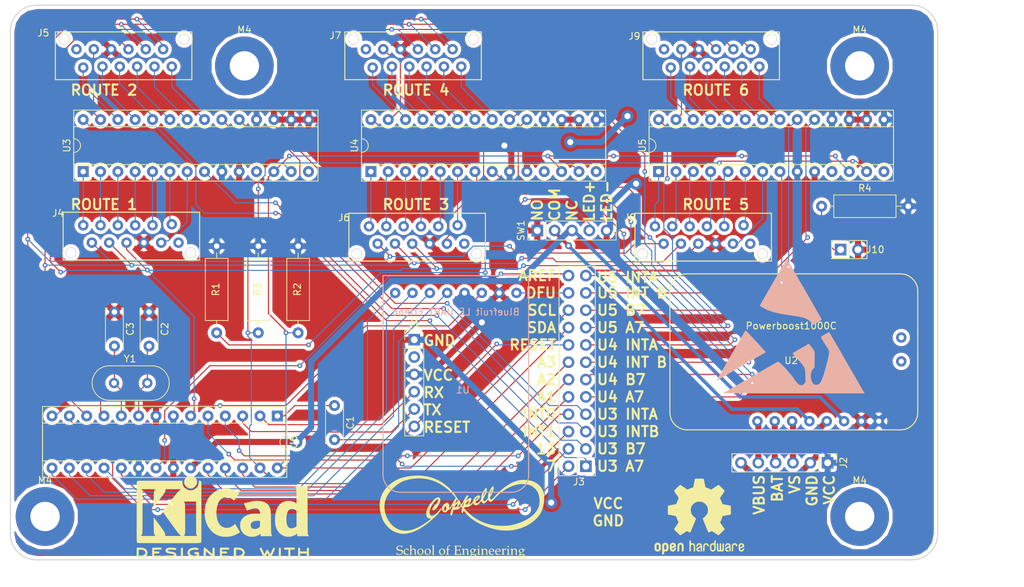
<source format=kicad_pcb>
(kicad_pcb (version 4) (host pcbnew 4.0.6)
  (layers (0 F.Cu mixed) (31 B.Cu mixed) (34 B.Paste user) (35 F.Paste user) (36 B.SilkS user) (37 F.SilkS user) (38 B.Mask user) (39 F.Mask user) (44 Edge.Cuts user))
  (net 0 "")
  (net 1 /CKC)
  (net 2 /GND)
  (net 3 /CKA)
  (net 4 /CKB)
  (net 5 /VCC)
  (net 6 /SCL)
  (net 7 /SDA)
  (net 8 "Net-(C2-Pad2)")
  (net 9 "Net-(R1-Pad1)")
  (net 10 "Net-(SW1-Pad2)")
  (net 11 /controller.sch/RESET)
  (net 12 /controller.sch/A0)
  (net 13 /controller.sch/A1)
  (net 14 /controller.sch/A2)
  (net 15 /controller.sch/A3)
  (net 16 /RXI)
  (net 17 /TXO)
  (net 18 /CTS)
  (net 19 /MOD)
  (net 20 /RTS)
  (net 21 /RST)
  (net 22 "Net-(C3-Pad2)")
  (net 23 /RX)
  (net 24 /TX)
  (net 25 /BLE_DFU)
  (net 26 "Net-(J2-Pad5)")
  (net 27 "Net-(J2-Pad4)")
  (net 28 "Net-(J2-Pad3)")
  (net 29 "Net-(J2-Pad2)")
  (net 30 /U3INTB)
  (net 31 /U3INTA)
  (net 32 /U3B7)
  (net 33 /U3A7)
  (net 34 /U4INTB)
  (net 35 /U4INTA)
  (net 36 /U4B7)
  (net 37 /U4A7)
  (net 38 /U5INTB)
  (net 39 /U5INTA)
  (net 40 /U5B7)
  (net 41 /U5A7)
  (net 42 /AREF)
  (net 43 /13)
  (net 44 /7)
  (net 45 /INT0)
  (net 46 /INT1)
  (net 47 "Net-(J4-Pad9)")
  (net 48 "Net-(J4-Pad10)")
  (net 49 "Net-(J4-Pad12)")
  (net 50 "Net-(J5-Pad9)")
  (net 51 "Net-(J5-Pad10)")
  (net 52 "Net-(J5-Pad12)")
  (net 53 "Net-(J6-Pad9)")
  (net 54 "Net-(J6-Pad10)")
  (net 55 "Net-(J6-Pad12)")
  (net 56 "Net-(J7-Pad9)")
  (net 57 "Net-(J7-Pad10)")
  (net 58 "Net-(J7-Pad12)")
  (net 59 "Net-(J8-Pad9)")
  (net 60 "Net-(J8-Pad10)")
  (net 61 "Net-(J8-Pad12)")
  (net 62 "Net-(J9-Pad9)")
  (net 63 "Net-(J9-Pad10)")
  (net 64 "Net-(J9-Pad12)")
  (net 65 "Net-(J4-Pad2)")
  (net 66 "Net-(J4-Pad4)")
  (net 67 "Net-(J4-Pad6)")
  (net 68 "Net-(J4-Pad8)")
  (net 69 "Net-(J5-Pad2)")
  (net 70 "Net-(J5-Pad4)")
  (net 71 "Net-(J5-Pad6)")
  (net 72 "Net-(J5-Pad8)")
  (net 73 "Net-(J6-Pad2)")
  (net 74 "Net-(J6-Pad4)")
  (net 75 "Net-(J6-Pad6)")
  (net 76 "Net-(J6-Pad8)")
  (net 77 "Net-(J7-Pad2)")
  (net 78 "Net-(J7-Pad4)")
  (net 79 "Net-(J7-Pad6)")
  (net 80 "Net-(J7-Pad8)")
  (net 81 "Net-(J8-Pad2)")
  (net 82 "Net-(J8-Pad4)")
  (net 83 "Net-(J8-Pad6)")
  (net 84 "Net-(J8-Pad8)")
  (net 85 "Net-(J9-Pad2)")
  (net 86 "Net-(J9-Pad4)")
  (net 87 "Net-(J9-Pad6)")
  (net 88 "Net-(J9-Pad8)")
  (net 89 "Net-(J10-Pad1)")
  (module Extra-Parts:Picofit-12 (layer F.Cu) (at 174.752 110.998 90)
    (fp_text reference J8 (at 2.413 -10.287 180) (layer F.SilkS))
    (fp_text value CONN_02X06)
    (pad 11 thru_hole circle (at -1.42152 7.335596 180) (size 1.524 1.524) (drill 0.8) (layers *.Cu *.Mask))
    (pad 12 thru_hole circle (at 1.27 6.35 180) (size 1.524 1.524) (drill 0.8) (layers *.Cu *.Mask) (net 61 "Net-(J8-Pad12)"))
    (pad 9 thru_hole circle (at -1.42152 4.795596 180) (size 1.524 1.524) (drill 0.8) (layers *.Cu *.Mask) (net 59 "Net-(J8-Pad9)"))
    (pad 10 thru_hole circle (at 1.11848 3.525596 180) (size 1.524 1.524) (drill 0.8) (layers *.Cu *.Mask) (net 60 "Net-(J8-Pad10)"))
    (pad 7 thru_hole circle (at -1.42152 2.255596 180) (size 1.524 1.524) (drill 0.8) (layers *.Cu *.Mask) (net 2 /GND))
    (pad 8 thru_hole circle (at 1.11848 0.985596 180) (size 1.524 1.524) (drill 0.8) (layers *.Cu *.Mask) (net 84 "Net-(J8-Pad8)"))
    (pad 5 thru_hole circle (at -1.42152 -0.284404 180) (size 1.524 1.524) (drill 0.8) (layers *.Cu *.Mask) (net 3 /CKA))
    (pad 6 thru_hole circle (at 1.11848 -1.554404 180) (size 1.524 1.524) (drill 0.8) (layers *.Cu *.Mask) (net 83 "Net-(J8-Pad6)"))
    (pad 3 thru_hole circle (at -1.42152 -2.824404 180) (size 1.524 1.524) (drill 0.8) (layers *.Cu *.Mask) (net 4 /CKB))
    (pad 4 thru_hole circle (at 1.11848 -4.094404 180) (size 1.524 1.524) (drill 0.8) (layers *.Cu *.Mask) (net 82 "Net-(J8-Pad4)"))
    (pad 1 thru_hole circle (at -1.42152 -5.364404 180) (size 1.524 1.524) (drill 0.8) (layers *.Cu *.Mask) (net 1 /CKC))
    (pad 2 thru_hole circle (at 1.11848 -6.634404 180) (size 1.524 1.524) (drill 0.8) (layers *.Cu *.Mask) (net 81 "Net-(J8-Pad2)"))
    (pad "" np_thru_hole circle (at -2.90152 -8.434404 180) (size 1.524 1.524) (drill 1.5) (layers *.Cu *.Mask))
    (pad "" np_thru_hole circle (at -2.90152 9.135596 180) (size 1.524 1.524) (drill 1.5) (layers *.Cu *.Mask))
  )
  (module Symbols:ESD-Logo_22x20mm_SilkScreen (layer B.Cu) (at 187.96 124.46 180)
    (fp_text reference REF*** hide)
    (fp_text value ESD-Logo_22x20mm_SilkScreen hide)
  )
  (module Housings_DIP:DIP-28_W7.62mm_Socket (layer F.Cu) (at 84.328 101.854 90)
    (fp_text reference U3 (at 3.81 -2.39 90) (layer F.SilkS))
    (fp_text value MCP23017)
    (pad 1 thru_hole rect (at 0 0 90) (size 1.6 1.6) (drill 0.8) (layers *.Cu *.Mask) (net 65 "Net-(J4-Pad2)"))
    (pad 15 thru_hole oval (at 7.62 33.02 90) (size 1.6 1.6) (drill 0.8) (layers *.Cu *.Mask) (net 2 /GND))
    (pad 2 thru_hole oval (at 0 2.54 90) (size 1.6 1.6) (drill 0.8) (layers *.Cu *.Mask) (net 66 "Net-(J4-Pad4)"))
    (pad 16 thru_hole oval (at 7.62 30.48 90) (size 1.6 1.6) (drill 0.8) (layers *.Cu *.Mask) (net 2 /GND))
    (pad 3 thru_hole oval (at 0 5.08 90) (size 1.6 1.6) (drill 0.8) (layers *.Cu *.Mask) (net 67 "Net-(J4-Pad6)"))
    (pad 17 thru_hole oval (at 7.62 27.94 90) (size 1.6 1.6) (drill 0.8) (layers *.Cu *.Mask) (net 2 /GND))
    (pad 4 thru_hole oval (at 0 7.62 90) (size 1.6 1.6) (drill 0.8) (layers *.Cu *.Mask) (net 68 "Net-(J4-Pad8)"))
    (pad 18 thru_hole oval (at 7.62 25.4 90) (size 1.6 1.6) (drill 0.8) (layers *.Cu *.Mask) (net 5 /VCC))
    (pad 5 thru_hole oval (at 0 10.16 90) (size 1.6 1.6) (drill 0.8) (layers *.Cu *.Mask) (net 48 "Net-(J4-Pad10)"))
    (pad 19 thru_hole oval (at 7.62 22.86 90) (size 1.6 1.6) (drill 0.8) (layers *.Cu *.Mask) (net 30 /U3INTB))
    (pad 6 thru_hole oval (at 0 12.7 90) (size 1.6 1.6) (drill 0.8) (layers *.Cu *.Mask) (net 49 "Net-(J4-Pad12)"))
    (pad 20 thru_hole oval (at 7.62 20.32 90) (size 1.6 1.6) (drill 0.8) (layers *.Cu *.Mask) (net 31 /U3INTA))
    (pad 7 thru_hole oval (at 0 15.24 90) (size 1.6 1.6) (drill 0.8) (layers *.Cu *.Mask) (net 47 "Net-(J4-Pad9)"))
    (pad 21 thru_hole oval (at 7.62 17.78 90) (size 1.6 1.6) (drill 0.8) (layers *.Cu *.Mask) (net 69 "Net-(J5-Pad2)"))
    (pad 8 thru_hole oval (at 0 17.78 90) (size 1.6 1.6) (drill 0.8) (layers *.Cu *.Mask) (net 32 /U3B7))
    (pad 22 thru_hole oval (at 7.62 15.24 90) (size 1.6 1.6) (drill 0.8) (layers *.Cu *.Mask) (net 70 "Net-(J5-Pad4)"))
    (pad 9 thru_hole oval (at 0 20.32 90) (size 1.6 1.6) (drill 0.8) (layers *.Cu *.Mask) (net 5 /VCC))
    (pad 23 thru_hole oval (at 7.62 12.7 90) (size 1.6 1.6) (drill 0.8) (layers *.Cu *.Mask) (net 71 "Net-(J5-Pad6)"))
    (pad 10 thru_hole oval (at 0 22.86 90) (size 1.6 1.6) (drill 0.8) (layers *.Cu *.Mask) (net 2 /GND))
    (pad 24 thru_hole oval (at 7.62 10.16 90) (size 1.6 1.6) (drill 0.8) (layers *.Cu *.Mask) (net 72 "Net-(J5-Pad8)"))
    (pad 11 thru_hole oval (at 0 25.4 90) (size 1.6 1.6) (drill 0.8) (layers *.Cu *.Mask))
    (pad 25 thru_hole oval (at 7.62 7.62 90) (size 1.6 1.6) (drill 0.8) (layers *.Cu *.Mask) (net 51 "Net-(J5-Pad10)"))
    (pad 12 thru_hole oval (at 0 27.94 90) (size 1.6 1.6) (drill 0.8) (layers *.Cu *.Mask) (net 6 /SCL))
    (pad 26 thru_hole oval (at 7.62 5.08 90) (size 1.6 1.6) (drill 0.8) (layers *.Cu *.Mask) (net 52 "Net-(J5-Pad12)"))
    (pad 13 thru_hole oval (at 0 30.48 90) (size 1.6 1.6) (drill 0.8) (layers *.Cu *.Mask) (net 7 /SDA))
    (pad 27 thru_hole oval (at 7.62 2.54 90) (size 1.6 1.6) (drill 0.8) (layers *.Cu *.Mask) (net 50 "Net-(J5-Pad9)"))
    (pad 14 thru_hole oval (at 0 33.02 90) (size 1.6 1.6) (drill 0.8) (layers *.Cu *.Mask))
    (pad 28 thru_hole oval (at 7.62 0 90) (size 1.6 1.6) (drill 0.8) (layers *.Cu *.Mask) (net 33 /U3A7))
  )
  (module Extra-Parts:Picofit-12 (layer F.Cu) (at 90.962404 110.84648 90)
    (fp_text reference J4 (at 2.89648 -10.317404 180) (layer F.SilkS))
    (fp_text value CONN_02X06)
    (pad 11 thru_hole circle (at -1.42152 7.335596 180) (size 1.524 1.524) (drill 0.8) (layers *.Cu *.Mask))
    (pad 12 thru_hole circle (at 1.27 6.35 180) (size 1.524 1.524) (drill 0.8) (layers *.Cu *.Mask) (net 49 "Net-(J4-Pad12)"))
    (pad 9 thru_hole circle (at -1.42152 4.795596 180) (size 1.524 1.524) (drill 0.8) (layers *.Cu *.Mask) (net 47 "Net-(J4-Pad9)"))
    (pad 10 thru_hole circle (at 1.11848 3.525596 180) (size 1.524 1.524) (drill 0.8) (layers *.Cu *.Mask) (net 48 "Net-(J4-Pad10)"))
    (pad 7 thru_hole circle (at -1.42152 2.255596 180) (size 1.524 1.524) (drill 0.8) (layers *.Cu *.Mask) (net 2 /GND))
    (pad 8 thru_hole circle (at 1.11848 0.985596 180) (size 1.524 1.524) (drill 0.8) (layers *.Cu *.Mask) (net 68 "Net-(J4-Pad8)"))
    (pad 5 thru_hole circle (at -1.42152 -0.284404 180) (size 1.524 1.524) (drill 0.8) (layers *.Cu *.Mask) (net 3 /CKA))
    (pad 6 thru_hole circle (at 1.11848 -1.554404 180) (size 1.524 1.524) (drill 0.8) (layers *.Cu *.Mask) (net 67 "Net-(J4-Pad6)"))
    (pad 3 thru_hole circle (at -1.42152 -2.824404 180) (size 1.524 1.524) (drill 0.8) (layers *.Cu *.Mask) (net 4 /CKB))
    (pad 4 thru_hole circle (at 1.11848 -4.094404 180) (size 1.524 1.524) (drill 0.8) (layers *.Cu *.Mask) (net 66 "Net-(J4-Pad4)"))
    (pad 1 thru_hole circle (at -1.42152 -5.364404 180) (size 1.524 1.524) (drill 0.8) (layers *.Cu *.Mask) (net 1 /CKC))
    (pad 2 thru_hole circle (at 1.11848 -6.634404 180) (size 1.524 1.524) (drill 0.8) (layers *.Cu *.Mask) (net 65 "Net-(J4-Pad2)"))
    (pad "" np_thru_hole circle (at -2.90152 -8.434404 180) (size 1.524 1.524) (drill 1.5) (layers *.Cu *.Mask))
    (pad "" np_thru_hole circle (at -2.90152 9.135596 180) (size 1.524 1.524) (drill 1.5) (layers *.Cu *.Mask))
  )
  (module Extra-Parts:Picofit-12 (layer F.Cu) (at 176.784 85.344 270)
    (fp_text reference J9 (at -3.32652 11.684 360) (layer F.SilkS))
    (fp_text value CONN_02X06)
    (pad 11 thru_hole circle (at -1.42152 7.335596) (size 1.524 1.524) (drill 0.8) (layers *.Cu *.Mask))
    (pad 12 thru_hole circle (at 1.27 6.35) (size 1.524 1.524) (drill 0.8) (layers *.Cu *.Mask) (net 64 "Net-(J9-Pad12)"))
    (pad 9 thru_hole circle (at -1.42152 4.795596) (size 1.524 1.524) (drill 0.8) (layers *.Cu *.Mask) (net 62 "Net-(J9-Pad9)"))
    (pad 10 thru_hole circle (at 1.11848 3.525596) (size 1.524 1.524) (drill 0.8) (layers *.Cu *.Mask) (net 63 "Net-(J9-Pad10)"))
    (pad 7 thru_hole circle (at -1.42152 2.255596) (size 1.524 1.524) (drill 0.8) (layers *.Cu *.Mask) (net 2 /GND))
    (pad 8 thru_hole circle (at 1.11848 0.985596) (size 1.524 1.524) (drill 0.8) (layers *.Cu *.Mask) (net 88 "Net-(J9-Pad8)"))
    (pad 5 thru_hole circle (at -1.42152 -0.284404) (size 1.524 1.524) (drill 0.8) (layers *.Cu *.Mask) (net 3 /CKA))
    (pad 6 thru_hole circle (at 1.11848 -1.554404) (size 1.524 1.524) (drill 0.8) (layers *.Cu *.Mask) (net 87 "Net-(J9-Pad6)"))
    (pad 3 thru_hole circle (at -1.42152 -2.824404) (size 1.524 1.524) (drill 0.8) (layers *.Cu *.Mask) (net 4 /CKB))
    (pad 4 thru_hole circle (at 1.11848 -4.094404) (size 1.524 1.524) (drill 0.8) (layers *.Cu *.Mask) (net 86 "Net-(J9-Pad4)"))
    (pad 1 thru_hole circle (at -1.42152 -5.364404) (size 1.524 1.524) (drill 0.8) (layers *.Cu *.Mask) (net 1 /CKC))
    (pad 2 thru_hole circle (at 1.11848 -6.634404) (size 1.524 1.524) (drill 0.8) (layers *.Cu *.Mask) (net 85 "Net-(J9-Pad2)"))
    (pad "" np_thru_hole circle (at -2.90152 -8.434404) (size 1.524 1.524) (drill 1.5) (layers *.Cu *.Mask))
    (pad "" np_thru_hole circle (at -2.90152 9.135596) (size 1.524 1.524) (drill 1.5) (layers *.Cu *.Mask))
  )
  (module Housings_DIP:DIP-28_W7.62mm_Socket (layer F.Cu) (at 126.492 101.854 90)
    (fp_text reference U4 (at 3.81 -2.39 90) (layer F.SilkS))
    (fp_text value MCP23017)
    (pad 1 thru_hole rect (at 0 0 90) (size 1.6 1.6) (drill 0.8) (layers *.Cu *.Mask) (net 73 "Net-(J6-Pad2)"))
    (pad 15 thru_hole oval (at 7.62 33.02 90) (size 1.6 1.6) (drill 0.8) (layers *.Cu *.Mask) (net 5 /VCC))
    (pad 2 thru_hole oval (at 0 2.54 90) (size 1.6 1.6) (drill 0.8) (layers *.Cu *.Mask) (net 74 "Net-(J6-Pad4)"))
    (pad 16 thru_hole oval (at 7.62 30.48 90) (size 1.6 1.6) (drill 0.8) (layers *.Cu *.Mask) (net 2 /GND))
    (pad 3 thru_hole oval (at 0 5.08 90) (size 1.6 1.6) (drill 0.8) (layers *.Cu *.Mask) (net 75 "Net-(J6-Pad6)"))
    (pad 17 thru_hole oval (at 7.62 27.94 90) (size 1.6 1.6) (drill 0.8) (layers *.Cu *.Mask) (net 2 /GND))
    (pad 4 thru_hole oval (at 0 7.62 90) (size 1.6 1.6) (drill 0.8) (layers *.Cu *.Mask) (net 76 "Net-(J6-Pad8)"))
    (pad 18 thru_hole oval (at 7.62 25.4 90) (size 1.6 1.6) (drill 0.8) (layers *.Cu *.Mask) (net 5 /VCC))
    (pad 5 thru_hole oval (at 0 10.16 90) (size 1.6 1.6) (drill 0.8) (layers *.Cu *.Mask) (net 54 "Net-(J6-Pad10)"))
    (pad 19 thru_hole oval (at 7.62 22.86 90) (size 1.6 1.6) (drill 0.8) (layers *.Cu *.Mask) (net 34 /U4INTB))
    (pad 6 thru_hole oval (at 0 12.7 90) (size 1.6 1.6) (drill 0.8) (layers *.Cu *.Mask) (net 55 "Net-(J6-Pad12)"))
    (pad 20 thru_hole oval (at 7.62 20.32 90) (size 1.6 1.6) (drill 0.8) (layers *.Cu *.Mask) (net 35 /U4INTA))
    (pad 7 thru_hole oval (at 0 15.24 90) (size 1.6 1.6) (drill 0.8) (layers *.Cu *.Mask) (net 53 "Net-(J6-Pad9)"))
    (pad 21 thru_hole oval (at 7.62 17.78 90) (size 1.6 1.6) (drill 0.8) (layers *.Cu *.Mask) (net 77 "Net-(J7-Pad2)"))
    (pad 8 thru_hole oval (at 0 17.78 90) (size 1.6 1.6) (drill 0.8) (layers *.Cu *.Mask) (net 36 /U4B7))
    (pad 22 thru_hole oval (at 7.62 15.24 90) (size 1.6 1.6) (drill 0.8) (layers *.Cu *.Mask) (net 78 "Net-(J7-Pad4)"))
    (pad 9 thru_hole oval (at 0 20.32 90) (size 1.6 1.6) (drill 0.8) (layers *.Cu *.Mask) (net 5 /VCC))
    (pad 23 thru_hole oval (at 7.62 12.7 90) (size 1.6 1.6) (drill 0.8) (layers *.Cu *.Mask) (net 79 "Net-(J7-Pad6)"))
    (pad 10 thru_hole oval (at 0 22.86 90) (size 1.6 1.6) (drill 0.8) (layers *.Cu *.Mask) (net 2 /GND))
    (pad 24 thru_hole oval (at 7.62 10.16 90) (size 1.6 1.6) (drill 0.8) (layers *.Cu *.Mask) (net 80 "Net-(J7-Pad8)"))
    (pad 11 thru_hole oval (at 0 25.4 90) (size 1.6 1.6) (drill 0.8) (layers *.Cu *.Mask))
    (pad 25 thru_hole oval (at 7.62 7.62 90) (size 1.6 1.6) (drill 0.8) (layers *.Cu *.Mask) (net 57 "Net-(J7-Pad10)"))
    (pad 12 thru_hole oval (at 0 27.94 90) (size 1.6 1.6) (drill 0.8) (layers *.Cu *.Mask) (net 6 /SCL))
    (pad 26 thru_hole oval (at 7.62 5.08 90) (size 1.6 1.6) (drill 0.8) (layers *.Cu *.Mask) (net 58 "Net-(J7-Pad12)"))
    (pad 13 thru_hole oval (at 0 30.48 90) (size 1.6 1.6) (drill 0.8) (layers *.Cu *.Mask) (net 7 /SDA))
    (pad 27 thru_hole oval (at 7.62 2.54 90) (size 1.6 1.6) (drill 0.8) (layers *.Cu *.Mask) (net 56 "Net-(J7-Pad9)"))
    (pad 14 thru_hole oval (at 0 33.02 90) (size 1.6 1.6) (drill 0.8) (layers *.Cu *.Mask))
    (pad 28 thru_hole oval (at 7.62 0 90) (size 1.6 1.6) (drill 0.8) (layers *.Cu *.Mask) (net 37 /U4A7))
  )
  (module Extra-Parts:Blueferuit_LE_UART (layer B.Cu) (at 128.27 117.094 270)
    (fp_text reference U1 (at 16.764 -11.684 360) (layer B.SilkS) (effects (justify mirror)))
    (fp_text value Adafruit_Bluefruit_LE_UART_Friend)
    (pad 1 thru_hole circle (at 2.54 -1.778 270) (size 1.524 1.524) (drill 0.762) (layers *.Cu *.Mask) (net 19 /MOD))
    (pad 2 thru_hole circle (at 2.54 -4.318 270) (size 1.524 1.524) (drill 0.762) (layers *.Cu *.Mask) (net 18 /CTS))
    (pad 3 thru_hole circle (at 2.54 -6.858 270) (size 1.524 1.524) (drill 0.762) (layers *.Cu *.Mask) (net 17 /TXO))
    (pad 4 thru_hole circle (at 2.54 -9.398 270) (size 1.524 1.524) (drill 0.762) (layers *.Cu *.Mask) (net 16 /RXI))
    (pad 5 thru_hole circle (at 2.54 -11.938 270) (size 1.524 1.524) (drill 0.762) (layers *.Cu *.Mask) (net 5 /VCC))
    (pad 6 thru_hole circle (at 2.54 -14.478 270) (size 1.524 1.524) (drill 0.762) (layers *.Cu *.Mask) (net 20 /RTS))
    (pad 7 thru_hole circle (at 2.54 -17.018 270) (size 1.524 1.524) (drill 0.762) (layers *.Cu *.Mask) (net 2 /GND))
    (pad 8 thru_hole circle (at 2.54 -19.558 270) (size 1.524 1.524) (drill 0.762) (layers *.Cu *.Mask) (net 25 /BLE_DFU))
  )
  (module Capacitors_THT:C_Disc_D6.0mm_W2.5mm_P5.00mm (layer F.Cu) (at 121.158 136.144 270)
    (fp_text reference C1 (at 2.5 -2.31 270) (layer F.SilkS))
    (fp_text value C.1uF)
    (pad 1 thru_hole circle (at 0 0 270) (size 1.6 1.6) (drill 0.8) (layers *.Cu *.Mask) (net 11 /controller.sch/RESET))
    (pad 2 thru_hole circle (at 5 0 270) (size 1.6 1.6) (drill 0.8) (layers *.Cu *.Mask) (net 21 /RST))
  )
  (module Pin_Headers:Pin_Header_Straight_1x06_Pitch2.54mm (layer F.Cu) (at 132.842 126.492)
    (fp_text reference J1 (at 0 -2.39) (layer F.SilkS))
    (fp_text value CONN_01X06)
    (pad 1 thru_hole rect (at 0 0) (size 1.7 1.7) (drill 1) (layers *.Cu *.Mask) (net 2 /GND))
    (pad 2 thru_hole oval (at 0 2.54) (size 1.7 1.7) (drill 1) (layers *.Cu *.Mask))
    (pad 3 thru_hole oval (at 0 5.08) (size 1.7 1.7) (drill 1) (layers *.Cu *.Mask) (net 5 /VCC))
    (pad 4 thru_hole oval (at 0 7.62) (size 1.7 1.7) (drill 1) (layers *.Cu *.Mask) (net 23 /RX))
    (pad 5 thru_hole oval (at 0 10.16) (size 1.7 1.7) (drill 1) (layers *.Cu *.Mask) (net 24 /TX))
    (pad 6 thru_hole oval (at 0 12.7) (size 1.7 1.7) (drill 1) (layers *.Cu *.Mask) (net 21 /RST))
  )
  (module Pin_Headers:Pin_Header_Straight_2x12_Pitch2.54mm (layer F.Cu) (at 157.988 145.034 180)
    (fp_text reference J3 (at 1.016 -2.286 180) (layer F.SilkS))
    (fp_text value CONN_02X12)
    (pad 1 thru_hole rect (at 0 0 180) (size 1.7 1.7) (drill 1) (layers *.Cu *.Mask) (net 33 /U3A7))
    (pad 2 thru_hole oval (at 2.54 0 180) (size 1.7 1.7) (drill 1) (layers *.Cu *.Mask) (net 44 /7))
    (pad 3 thru_hole oval (at 0 2.54 180) (size 1.7 1.7) (drill 1) (layers *.Cu *.Mask) (net 32 /U3B7))
    (pad 4 thru_hole oval (at 2.54 2.54 180) (size 1.7 1.7) (drill 1) (layers *.Cu *.Mask) (net 43 /13))
    (pad 5 thru_hole oval (at 0 5.08 180) (size 1.7 1.7) (drill 1) (layers *.Cu *.Mask) (net 31 /U3INTA))
    (pad 6 thru_hole oval (at 2.54 5.08 180) (size 1.7 1.7) (drill 1) (layers *.Cu *.Mask) (net 46 /INT1))
    (pad 7 thru_hole oval (at 0 7.62 180) (size 1.7 1.7) (drill 1) (layers *.Cu *.Mask) (net 30 /U3INTB))
    (pad 8 thru_hole oval (at 2.54 7.62 180) (size 1.7 1.7) (drill 1) (layers *.Cu *.Mask) (net 45 /INT0))
    (pad 9 thru_hole oval (at 0 10.16 180) (size 1.7 1.7) (drill 1) (layers *.Cu *.Mask) (net 37 /U4A7))
    (pad 10 thru_hole oval (at 2.54 10.16 180) (size 1.7 1.7) (drill 1) (layers *.Cu *.Mask) (net 13 /controller.sch/A1))
    (pad 11 thru_hole oval (at 0 12.7 180) (size 1.7 1.7) (drill 1) (layers *.Cu *.Mask) (net 36 /U4B7))
    (pad 12 thru_hole oval (at 2.54 12.7 180) (size 1.7 1.7) (drill 1) (layers *.Cu *.Mask) (net 14 /controller.sch/A2))
    (pad 13 thru_hole oval (at 0 15.24 180) (size 1.7 1.7) (drill 1) (layers *.Cu *.Mask) (net 35 /U4INTA))
    (pad 14 thru_hole oval (at 2.54 15.24 180) (size 1.7 1.7) (drill 1) (layers *.Cu *.Mask) (net 15 /controller.sch/A3))
    (pad 15 thru_hole oval (at 0 17.78 180) (size 1.7 1.7) (drill 1) (layers *.Cu *.Mask) (net 34 /U4INTB))
    (pad 16 thru_hole oval (at 2.54 17.78 180) (size 1.7 1.7) (drill 1) (layers *.Cu *.Mask) (net 21 /RST))
    (pad 17 thru_hole oval (at 0 20.32 180) (size 1.7 1.7) (drill 1) (layers *.Cu *.Mask) (net 41 /U5A7))
    (pad 18 thru_hole oval (at 2.54 20.32 180) (size 1.7 1.7) (drill 1) (layers *.Cu *.Mask) (net 7 /SDA))
    (pad 19 thru_hole oval (at 0 22.86 180) (size 1.7 1.7) (drill 1) (layers *.Cu *.Mask) (net 40 /U5B7))
    (pad 20 thru_hole oval (at 2.54 22.86 180) (size 1.7 1.7) (drill 1) (layers *.Cu *.Mask) (net 6 /SCL))
    (pad 21 thru_hole oval (at 0 25.4 180) (size 1.7 1.7) (drill 1) (layers *.Cu *.Mask) (net 39 /U5INTA))
    (pad 22 thru_hole oval (at 2.54 25.4 180) (size 1.7 1.7) (drill 1) (layers *.Cu *.Mask) (net 25 /BLE_DFU))
    (pad 23 thru_hole oval (at 0 27.94 180) (size 1.7 1.7) (drill 1) (layers *.Cu *.Mask) (net 38 /U5INTB))
    (pad 24 thru_hole oval (at 2.54 27.94 180) (size 1.7 1.7) (drill 1) (layers *.Cu *.Mask) (net 42 /AREF))
  )
  (module Resistors_THT:R_Axial_DIN0309_L9.0mm_D3.2mm_P12.70mm_Horizontal (layer F.Cu) (at 103.886 125.476 90)
    (fp_text reference R1 (at 6.35 -0.12 90) (layer F.SilkS))
    (fp_text value R220)
    (pad 1 thru_hole circle (at 0 0 90) (size 1.6 1.6) (drill 0.8) (layers *.Cu *.Mask) (net 9 "Net-(R1-Pad1)"))
    (pad 2 thru_hole oval (at 12.7 0 90) (size 1.6 1.6) (drill 0.8) (layers *.Cu *.Mask) (net 5 /VCC))
  )
  (module Resistors_THT:R_Axial_DIN0309_L9.0mm_D3.2mm_P12.70mm_Horizontal (layer F.Cu) (at 115.824 125.476 90)
    (fp_text reference R2 (at 6.35 -0.12 90) (layer F.SilkS))
    (fp_text value R4K7)
    (pad 1 thru_hole circle (at 0 0 90) (size 1.6 1.6) (drill 0.8) (layers *.Cu *.Mask) (net 6 /SCL))
    (pad 2 thru_hole oval (at 12.7 0 90) (size 1.6 1.6) (drill 0.8) (layers *.Cu *.Mask) (net 5 /VCC))
  )
  (module Resistors_THT:R_Axial_DIN0309_L9.0mm_D3.2mm_P12.70mm_Horizontal (layer F.Cu) (at 109.982 125.476 90)
    (fp_text reference R3 (at 6.35 -0.12 90) (layer F.SilkS))
    (fp_text value R4K7)
    (pad 1 thru_hole circle (at 0 0 90) (size 1.6 1.6) (drill 0.8) (layers *.Cu *.Mask) (net 7 /SDA))
    (pad 2 thru_hole oval (at 12.7 0 90) (size 1.6 1.6) (drill 0.8) (layers *.Cu *.Mask) (net 5 /VCC))
  )
  (module Pin_Headers:Pin_Header_Straight_1x05_Pitch2.54mm (layer F.Cu) (at 150.876 110.49 90)
    (fp_text reference SW1 (at 0 -2.39 90) (layer F.SilkS))
    (fp_text value SW_SPDT_LED)
    (pad 1 thru_hole rect (at 0 0 90) (size 1.7 1.7) (drill 1) (layers *.Cu *.Mask) (net 2 /GND))
    (pad 2 thru_hole oval (at 0 2.54 90) (size 1.7 1.7) (drill 1) (layers *.Cu *.Mask) (net 10 "Net-(SW1-Pad2)"))
    (pad 3 thru_hole oval (at 0 5.08 90) (size 1.7 1.7) (drill 1) (layers *.Cu *.Mask) (net 12 /controller.sch/A0))
    (pad 4 thru_hole oval (at 0 7.62 90) (size 1.7 1.7) (drill 1) (layers *.Cu *.Mask) (net 9 "Net-(R1-Pad1)"))
    (pad 5 thru_hole oval (at 0 10.16 90) (size 1.7 1.7) (drill 1) (layers *.Cu *.Mask) (net 2 /GND))
  )
  (module Extra-Parts:Powerboost1000c (layer F.Cu) (at 170.307 116.84)
    (fp_text reference U2 (at 17.78 12.7) (layer F.SilkS))
    (fp_text value Powerboost1000C (at 17.78 7.62) (layer F.SilkS))
    (pad 1 thru_hole circle (at 12.827 21.59) (size 1.524 1.524) (drill 0.762) (layers *.Cu *.Mask) (net 26 "Net-(J2-Pad5)"))
    (pad 2 thru_hole circle (at 15.367 21.59) (size 1.524 1.524) (drill 0.762) (layers *.Cu *.Mask) (net 27 "Net-(J2-Pad4)"))
    (pad 3 thru_hole circle (at 17.907 21.59) (size 1.524 1.524) (drill 0.762) (layers *.Cu *.Mask) (net 28 "Net-(J2-Pad3)"))
    (pad 4 thru_hole circle (at 20.447 21.59) (size 1.524 1.524) (drill 0.762) (layers *.Cu *.Mask) (net 10 "Net-(SW1-Pad2)"))
    (pad 5 thru_hole circle (at 22.987 21.59) (size 1.524 1.524) (drill 0.762) (layers *.Cu *.Mask) (net 29 "Net-(J2-Pad2)"))
    (pad 6 thru_hole circle (at 25.527 21.59) (size 1.524 1.524) (drill 0.762) (layers *.Cu *.Mask) (net 12 /controller.sch/A0))
    (pad 7 thru_hole circle (at 28.067 21.59) (size 1.524 1.524) (drill 0.762) (layers *.Cu *.Mask) (net 2 /GND))
    (pad 8 thru_hole circle (at 30.607 21.59) (size 1.524 1.524) (drill 0.762) (layers *.Cu *.Mask) (net 5 /VCC))
    (pad 9 thru_hole circle (at 33.909 12.827) (size 1.524 1.524) (drill 0.762) (layers *.Cu *.Mask))
    (pad 10 thru_hole circle (at 33.909 9.327) (size 1.524 1.524) (drill 0.762) (layers *.Cu *.Mask))
  )
  (module Housings_DIP:DIP-28_W7.62mm_Socket (layer F.Cu) (at 168.656 101.854 90)
    (fp_text reference U5 (at 3.81 -2.39 90) (layer F.SilkS))
    (fp_text value MCP23017)
    (pad 1 thru_hole rect (at 0 0 90) (size 1.6 1.6) (drill 0.8) (layers *.Cu *.Mask) (net 81 "Net-(J8-Pad2)"))
    (pad 15 thru_hole oval (at 7.62 33.02 90) (size 1.6 1.6) (drill 0.8) (layers *.Cu *.Mask) (net 5 /VCC))
    (pad 2 thru_hole oval (at 0 2.54 90) (size 1.6 1.6) (drill 0.8) (layers *.Cu *.Mask) (net 82 "Net-(J8-Pad4)"))
    (pad 16 thru_hole oval (at 7.62 30.48 90) (size 1.6 1.6) (drill 0.8) (layers *.Cu *.Mask) (net 2 /GND))
    (pad 3 thru_hole oval (at 0 5.08 90) (size 1.6 1.6) (drill 0.8) (layers *.Cu *.Mask) (net 83 "Net-(J8-Pad6)"))
    (pad 17 thru_hole oval (at 7.62 27.94 90) (size 1.6 1.6) (drill 0.8) (layers *.Cu *.Mask) (net 2 /GND))
    (pad 4 thru_hole oval (at 0 7.62 90) (size 1.6 1.6) (drill 0.8) (layers *.Cu *.Mask) (net 84 "Net-(J8-Pad8)"))
    (pad 18 thru_hole oval (at 7.62 25.4 90) (size 1.6 1.6) (drill 0.8) (layers *.Cu *.Mask) (net 5 /VCC))
    (pad 5 thru_hole oval (at 0 10.16 90) (size 1.6 1.6) (drill 0.8) (layers *.Cu *.Mask) (net 60 "Net-(J8-Pad10)"))
    (pad 19 thru_hole oval (at 7.62 22.86 90) (size 1.6 1.6) (drill 0.8) (layers *.Cu *.Mask) (net 38 /U5INTB))
    (pad 6 thru_hole oval (at 0 12.7 90) (size 1.6 1.6) (drill 0.8) (layers *.Cu *.Mask) (net 61 "Net-(J8-Pad12)"))
    (pad 20 thru_hole oval (at 7.62 20.32 90) (size 1.6 1.6) (drill 0.8) (layers *.Cu *.Mask) (net 39 /U5INTA))
    (pad 7 thru_hole oval (at 0 15.24 90) (size 1.6 1.6) (drill 0.8) (layers *.Cu *.Mask) (net 59 "Net-(J8-Pad9)"))
    (pad 21 thru_hole oval (at 7.62 17.78 90) (size 1.6 1.6) (drill 0.8) (layers *.Cu *.Mask) (net 85 "Net-(J9-Pad2)"))
    (pad 8 thru_hole oval (at 0 17.78 90) (size 1.6 1.6) (drill 0.8) (layers *.Cu *.Mask) (net 40 /U5B7))
    (pad 22 thru_hole oval (at 7.62 15.24 90) (size 1.6 1.6) (drill 0.8) (layers *.Cu *.Mask) (net 86 "Net-(J9-Pad4)"))
    (pad 9 thru_hole oval (at 0 20.32 90) (size 1.6 1.6) (drill 0.8) (layers *.Cu *.Mask) (net 5 /VCC))
    (pad 23 thru_hole oval (at 7.62 12.7 90) (size 1.6 1.6) (drill 0.8) (layers *.Cu *.Mask) (net 87 "Net-(J9-Pad6)"))
    (pad 10 thru_hole oval (at 0 22.86 90) (size 1.6 1.6) (drill 0.8) (layers *.Cu *.Mask) (net 2 /GND))
    (pad 24 thru_hole oval (at 7.62 10.16 90) (size 1.6 1.6) (drill 0.8) (layers *.Cu *.Mask) (net 88 "Net-(J9-Pad8)"))
    (pad 11 thru_hole oval (at 0 25.4 90) (size 1.6 1.6) (drill 0.8) (layers *.Cu *.Mask))
    (pad 25 thru_hole oval (at 7.62 7.62 90) (size 1.6 1.6) (drill 0.8) (layers *.Cu *.Mask) (net 63 "Net-(J9-Pad10)"))
    (pad 12 thru_hole oval (at 0 27.94 90) (size 1.6 1.6) (drill 0.8) (layers *.Cu *.Mask) (net 6 /SCL))
    (pad 26 thru_hole oval (at 7.62 5.08 90) (size 1.6 1.6) (drill 0.8) (layers *.Cu *.Mask) (net 64 "Net-(J9-Pad12)"))
    (pad 13 thru_hole oval (at 0 30.48 90) (size 1.6 1.6) (drill 0.8) (layers *.Cu *.Mask) (net 7 /SDA))
    (pad 27 thru_hole oval (at 7.62 2.54 90) (size 1.6 1.6) (drill 0.8) (layers *.Cu *.Mask) (net 62 "Net-(J9-Pad9)"))
    (pad 14 thru_hole oval (at 0 33.02 90) (size 1.6 1.6) (drill 0.8) (layers *.Cu *.Mask))
    (pad 28 thru_hole oval (at 7.62 0 90) (size 1.6 1.6) (drill 0.8) (layers *.Cu *.Mask) (net 41 /U5A7))
  )
  (module Housings_DIP:DIP-28_W7.62mm_Socket (layer F.Cu) (at 112.776 137.668 270)
    (fp_text reference U6 (at 3.81 -2.39 270) (layer F.SilkS))
    (fp_text value ATMEGA328P-PU)
    (pad 1 thru_hole rect (at 0 0 270) (size 1.6 1.6) (drill 0.8) (layers *.Cu *.Mask) (net 11 /controller.sch/RESET))
    (pad 15 thru_hole oval (at 7.62 33.02 270) (size 1.6 1.6) (drill 0.8) (layers *.Cu *.Mask) (net 16 /RXI))
    (pad 2 thru_hole oval (at 0 2.54 270) (size 1.6 1.6) (drill 0.8) (layers *.Cu *.Mask) (net 23 /RX))
    (pad 16 thru_hole oval (at 7.62 30.48 270) (size 1.6 1.6) (drill 0.8) (layers *.Cu *.Mask) (net 17 /TXO))
    (pad 3 thru_hole oval (at 0 5.08 270) (size 1.6 1.6) (drill 0.8) (layers *.Cu *.Mask) (net 24 /TX))
    (pad 17 thru_hole oval (at 7.62 27.94 270) (size 1.6 1.6) (drill 0.8) (layers *.Cu *.Mask) (net 18 /CTS))
    (pad 4 thru_hole oval (at 0 7.62 270) (size 1.6 1.6) (drill 0.8) (layers *.Cu *.Mask) (net 45 /INT0))
    (pad 18 thru_hole oval (at 7.62 25.4 270) (size 1.6 1.6) (drill 0.8) (layers *.Cu *.Mask) (net 19 /MOD))
    (pad 5 thru_hole oval (at 0 10.16 270) (size 1.6 1.6) (drill 0.8) (layers *.Cu *.Mask) (net 46 /INT1))
    (pad 19 thru_hole oval (at 7.62 22.86 270) (size 1.6 1.6) (drill 0.8) (layers *.Cu *.Mask) (net 43 /13))
    (pad 6 thru_hole oval (at 0 12.7 270) (size 1.6 1.6) (drill 0.8) (layers *.Cu *.Mask) (net 3 /CKA))
    (pad 20 thru_hole oval (at 7.62 20.32 270) (size 1.6 1.6) (drill 0.8) (layers *.Cu *.Mask) (net 5 /VCC))
    (pad 7 thru_hole oval (at 0 15.24 270) (size 1.6 1.6) (drill 0.8) (layers *.Cu *.Mask) (net 5 /VCC))
    (pad 21 thru_hole oval (at 7.62 17.78 270) (size 1.6 1.6) (drill 0.8) (layers *.Cu *.Mask) (net 42 /AREF))
    (pad 8 thru_hole oval (at 0 17.78 270) (size 1.6 1.6) (drill 0.8) (layers *.Cu *.Mask) (net 2 /GND))
    (pad 22 thru_hole oval (at 7.62 15.24 270) (size 1.6 1.6) (drill 0.8) (layers *.Cu *.Mask) (net 2 /GND))
    (pad 9 thru_hole oval (at 0 20.32 270) (size 1.6 1.6) (drill 0.8) (layers *.Cu *.Mask) (net 8 "Net-(C2-Pad2)"))
    (pad 23 thru_hole oval (at 7.62 12.7 270) (size 1.6 1.6) (drill 0.8) (layers *.Cu *.Mask) (net 12 /controller.sch/A0))
    (pad 10 thru_hole oval (at 0 22.86 270) (size 1.6 1.6) (drill 0.8) (layers *.Cu *.Mask) (net 22 "Net-(C3-Pad2)"))
    (pad 24 thru_hole oval (at 7.62 10.16 270) (size 1.6 1.6) (drill 0.8) (layers *.Cu *.Mask) (net 13 /controller.sch/A1))
    (pad 11 thru_hole oval (at 0 25.4 270) (size 1.6 1.6) (drill 0.8) (layers *.Cu *.Mask) (net 4 /CKB))
    (pad 25 thru_hole oval (at 7.62 7.62 270) (size 1.6 1.6) (drill 0.8) (layers *.Cu *.Mask) (net 14 /controller.sch/A2))
    (pad 12 thru_hole oval (at 0 27.94 270) (size 1.6 1.6) (drill 0.8) (layers *.Cu *.Mask) (net 1 /CKC))
    (pad 26 thru_hole oval (at 7.62 5.08 270) (size 1.6 1.6) (drill 0.8) (layers *.Cu *.Mask) (net 15 /controller.sch/A3))
    (pad 13 thru_hole oval (at 0 30.48 270) (size 1.6 1.6) (drill 0.8) (layers *.Cu *.Mask) (net 44 /7))
    (pad 27 thru_hole oval (at 7.62 2.54 270) (size 1.6 1.6) (drill 0.8) (layers *.Cu *.Mask) (net 7 /SDA))
    (pad 14 thru_hole oval (at 0 33.02 270) (size 1.6 1.6) (drill 0.8) (layers *.Cu *.Mask) (net 20 /RTS))
    (pad 28 thru_hole oval (at 7.62 0 270) (size 1.6 1.6) (drill 0.8) (layers *.Cu *.Mask) (net 6 /SCL))
  )
  (module Crystals:Crystal_HC49-U_Vertical (layer F.Cu) (at 93.726 132.842 180)
    (fp_text reference Y1 (at 2.54 3.556 180) (layer F.SilkS))
    (fp_text value Crystal)
    (pad 1 thru_hole circle (at 0 0 180) (size 1.5 1.5) (drill 0.8) (layers *.Cu *.Mask) (net 8 "Net-(C2-Pad2)"))
    (pad 2 thru_hole circle (at 4.88 0 180) (size 1.5 1.5) (drill 0.8) (layers *.Cu *.Mask) (net 22 "Net-(C3-Pad2)"))
  )
  (module Capacitors_THT:C_Disc_D6.0mm_W2.5mm_P5.00mm (layer F.Cu) (at 93.98 122.428 270)
    (fp_text reference C2 (at 2.5 -2.31 270) (layer F.SilkS))
    (fp_text value C20p)
    (pad 1 thru_hole circle (at 0 0 270) (size 1.6 1.6) (drill 0.8) (layers *.Cu *.Mask) (net 2 /GND))
    (pad 2 thru_hole circle (at 5 0 270) (size 1.6 1.6) (drill 0.8) (layers *.Cu *.Mask) (net 8 "Net-(C2-Pad2)"))
  )
  (module Capacitors_THT:C_Disc_D6.0mm_W2.5mm_P5.00mm (layer F.Cu) (at 88.9 122.428 270)
    (fp_text reference C3 (at 2.5 -2.31 270) (layer F.SilkS))
    (fp_text value C20p)
    (pad 1 thru_hole circle (at 0 0 270) (size 1.6 1.6) (drill 0.8) (layers *.Cu *.Mask) (net 2 /GND))
    (pad 2 thru_hole circle (at 5 0 270) (size 1.6 1.6) (drill 0.8) (layers *.Cu *.Mask) (net 22 "Net-(C3-Pad2)"))
  )
  (module Mounting_Holes:MountingHole_4.3mm_M4_Pad (layer F.Cu) (at 107.95 86.36)
    (fp_text reference M4 (at 0 -5.3) (layer F.SilkS))
    (fp_text value MountingHole_4.3mm_M4_Pad)
    (pad 1 thru_hole circle (at 0 0) (size 8.6 8.6) (drill 4.3) (layers *.Cu *.Mask))
  )
  (module Mounting_Holes:MountingHole_4.3mm_M4_Pad (layer F.Cu) (at 78.74 152.4)
    (fp_text reference M4 (at 0 -5.3) (layer F.SilkS))
    (fp_text value MountingHole_4.3mm_M4_Pad)
    (pad 1 thru_hole circle (at 0 0) (size 8.6 8.6) (drill 4.3) (layers *.Cu *.Mask))
  )
  (module Mounting_Holes:MountingHole_4.3mm_M4_Pad (layer F.Cu) (at 198.12 152.4)
    (fp_text reference M4 (at 0 -5.3) (layer F.SilkS))
    (fp_text value MountingHole_4.3mm_M4_Pad)
    (pad 1 thru_hole circle (at 0 0) (size 8.6 8.6) (drill 4.3) (layers *.Cu *.Mask))
  )
  (module Mounting_Holes:MountingHole_4.3mm_M4_Pad (layer F.Cu) (at 198.12 86.36)
    (fp_text reference M4 (at 0 -5.3) (layer F.SilkS))
    (fp_text value MountingHole_4.3mm_M4_Pad)
    (pad 1 thru_hole circle (at 0 0) (size 8.6 8.6) (drill 4.3) (layers *.Cu *.Mask))
  )
  (module Symbols:OSHW-Logo2_14.6x12mm_SilkScreen (layer F.Cu) (at 174.625 152.4)
    (fp_text reference REF*** hide)
    (fp_text value OSHW-Logo2_14.6x12mm_SilkScreen hide)
  )
  (module Symbols:KiCad-Logo2_12mm_SilkScreen (layer F.Cu) (at 104.775 152.4)
    (fp_text reference REF*** hide)
    (fp_text value KiCad-Logo2_12mm_SilkScreen hide)
  )
  (module "Extra-Parts:SOE Logo" (layer F.Cu) (at 139.7 152.4)
    (fp_text reference G*** hide)
    (fp_text value LOGO hide)
  )
  (module Pin_Headers:Pin_Header_Straight_1x06_Pitch2.54mm (layer F.Cu) (at 193.421 144.526 270)
    (fp_text reference J2 (at 0 -2.33 270) (layer F.SilkS))
    (fp_text value CONN_01X06)
    (pad 1 thru_hole rect (at 0 0 270) (size 1.7 1.7) (drill 1) (layers *.Cu *.Mask) (net 5 /VCC))
    (pad 2 thru_hole oval (at 0 2.54 270) (size 1.7 1.7) (drill 1) (layers *.Cu *.Mask) (net 29 "Net-(J2-Pad2)"))
    (pad 3 thru_hole oval (at 0 5.08 270) (size 1.7 1.7) (drill 1) (layers *.Cu *.Mask) (net 28 "Net-(J2-Pad3)"))
    (pad 4 thru_hole oval (at 0 7.62 270) (size 1.7 1.7) (drill 1) (layers *.Cu *.Mask) (net 27 "Net-(J2-Pad4)"))
    (pad 5 thru_hole oval (at 0 10.16 270) (size 1.7 1.7) (drill 1) (layers *.Cu *.Mask) (net 26 "Net-(J2-Pad5)"))
    (pad 6 thru_hole oval (at 0 12.7 270) (size 1.7 1.7) (drill 1) (layers *.Cu *.Mask) (net 29 "Net-(J2-Pad2)"))
  )
  (module Extra-Parts:Picofit-12 (layer F.Cu) (at 90.678 85.344 270)
    (fp_text reference J5 (at -3.81 12.192 360) (layer F.SilkS))
    (fp_text value CONN_02X06)
    (pad 11 thru_hole circle (at -1.42152 7.335596) (size 1.524 1.524) (drill 0.8) (layers *.Cu *.Mask))
    (pad 12 thru_hole circle (at 1.27 6.35) (size 1.524 1.524) (drill 0.8) (layers *.Cu *.Mask) (net 52 "Net-(J5-Pad12)"))
    (pad 9 thru_hole circle (at -1.42152 4.795596) (size 1.524 1.524) (drill 0.8) (layers *.Cu *.Mask) (net 50 "Net-(J5-Pad9)"))
    (pad 10 thru_hole circle (at 1.11848 3.525596) (size 1.524 1.524) (drill 0.8) (layers *.Cu *.Mask) (net 51 "Net-(J5-Pad10)"))
    (pad 7 thru_hole circle (at -1.42152 2.255596) (size 1.524 1.524) (drill 0.8) (layers *.Cu *.Mask) (net 2 /GND))
    (pad 8 thru_hole circle (at 1.11848 0.985596) (size 1.524 1.524) (drill 0.8) (layers *.Cu *.Mask) (net 72 "Net-(J5-Pad8)"))
    (pad 5 thru_hole circle (at -1.42152 -0.284404) (size 1.524 1.524) (drill 0.8) (layers *.Cu *.Mask) (net 3 /CKA))
    (pad 6 thru_hole circle (at 1.11848 -1.554404) (size 1.524 1.524) (drill 0.8) (layers *.Cu *.Mask) (net 71 "Net-(J5-Pad6)"))
    (pad 3 thru_hole circle (at -1.42152 -2.824404) (size 1.524 1.524) (drill 0.8) (layers *.Cu *.Mask) (net 4 /CKB))
    (pad 4 thru_hole circle (at 1.11848 -4.094404) (size 1.524 1.524) (drill 0.8) (layers *.Cu *.Mask) (net 70 "Net-(J5-Pad4)"))
    (pad 1 thru_hole circle (at -1.42152 -5.364404) (size 1.524 1.524) (drill 0.8) (layers *.Cu *.Mask) (net 1 /CKC))
    (pad 2 thru_hole circle (at 1.11848 -6.634404) (size 1.524 1.524) (drill 0.8) (layers *.Cu *.Mask) (net 69 "Net-(J5-Pad2)"))
    (pad "" np_thru_hole circle (at -2.90152 -8.434404) (size 1.524 1.524) (drill 1.5) (layers *.Cu *.Mask))
    (pad "" np_thru_hole circle (at -2.90152 9.135596) (size 1.524 1.524) (drill 1.5) (layers *.Cu *.Mask))
  )
  (module Extra-Parts:Picofit-12 (layer F.Cu) (at 132.842 110.998 90)
    (fp_text reference J6 (at 2.38848 -10.287 180) (layer F.SilkS))
    (fp_text value CONN_02X06)
    (pad 11 thru_hole circle (at -1.42152 7.335596 180) (size 1.524 1.524) (drill 0.8) (layers *.Cu *.Mask))
    (pad 12 thru_hole circle (at 1.27 6.35 180) (size 1.524 1.524) (drill 0.8) (layers *.Cu *.Mask) (net 55 "Net-(J6-Pad12)"))
    (pad 9 thru_hole circle (at -1.42152 4.795596 180) (size 1.524 1.524) (drill 0.8) (layers *.Cu *.Mask) (net 53 "Net-(J6-Pad9)"))
    (pad 10 thru_hole circle (at 1.11848 3.525596 180) (size 1.524 1.524) (drill 0.8) (layers *.Cu *.Mask) (net 54 "Net-(J6-Pad10)"))
    (pad 7 thru_hole circle (at -1.42152 2.255596 180) (size 1.524 1.524) (drill 0.8) (layers *.Cu *.Mask) (net 2 /GND))
    (pad 8 thru_hole circle (at 1.11848 0.985596 180) (size 1.524 1.524) (drill 0.8) (layers *.Cu *.Mask) (net 76 "Net-(J6-Pad8)"))
    (pad 5 thru_hole circle (at -1.42152 -0.284404 180) (size 1.524 1.524) (drill 0.8) (layers *.Cu *.Mask) (net 3 /CKA))
    (pad 6 thru_hole circle (at 1.11848 -1.554404 180) (size 1.524 1.524) (drill 0.8) (layers *.Cu *.Mask) (net 75 "Net-(J6-Pad6)"))
    (pad 3 thru_hole circle (at -1.42152 -2.824404 180) (size 1.524 1.524) (drill 0.8) (layers *.Cu *.Mask) (net 4 /CKB))
    (pad 4 thru_hole circle (at 1.11848 -4.094404 180) (size 1.524 1.524) (drill 0.8) (layers *.Cu *.Mask) (net 74 "Net-(J6-Pad4)"))
    (pad 1 thru_hole circle (at -1.42152 -5.364404 180) (size 1.524 1.524) (drill 0.8) (layers *.Cu *.Mask) (net 1 /CKC))
    (pad 2 thru_hole circle (at 1.11848 -6.634404 180) (size 1.524 1.524) (drill 0.8) (layers *.Cu *.Mask) (net 73 "Net-(J6-Pad2)"))
    (pad "" np_thru_hole circle (at -2.90152 -8.434404 180) (size 1.524 1.524) (drill 1.5) (layers *.Cu *.Mask))
    (pad "" np_thru_hole circle (at -2.90152 9.135596 180) (size 1.524 1.524) (drill 1.5) (layers *.Cu *.Mask))
  )
  (module Extra-Parts:Picofit-12 (layer F.Cu) (at 133.096 85.344 270)
    (fp_text reference J7 (at -3.429 11.811 360) (layer F.SilkS))
    (fp_text value CONN_02X06)
    (pad 11 thru_hole circle (at -1.42152 7.335596) (size 1.524 1.524) (drill 0.8) (layers *.Cu *.Mask))
    (pad 12 thru_hole circle (at 1.27 6.35) (size 1.524 1.524) (drill 0.8) (layers *.Cu *.Mask) (net 58 "Net-(J7-Pad12)"))
    (pad 9 thru_hole circle (at -1.42152 4.795596) (size 1.524 1.524) (drill 0.8) (layers *.Cu *.Mask) (net 56 "Net-(J7-Pad9)"))
    (pad 10 thru_hole circle (at 1.11848 3.525596) (size 1.524 1.524) (drill 0.8) (layers *.Cu *.Mask) (net 57 "Net-(J7-Pad10)"))
    (pad 7 thru_hole circle (at -1.42152 2.255596) (size 1.524 1.524) (drill 0.8) (layers *.Cu *.Mask) (net 2 /GND))
    (pad 8 thru_hole circle (at 1.11848 0.985596) (size 1.524 1.524) (drill 0.8) (layers *.Cu *.Mask) (net 80 "Net-(J7-Pad8)"))
    (pad 5 thru_hole circle (at -1.42152 -0.284404) (size 1.524 1.524) (drill 0.8) (layers *.Cu *.Mask) (net 3 /CKA))
    (pad 6 thru_hole circle (at 1.11848 -1.554404) (size 1.524 1.524) (drill 0.8) (layers *.Cu *.Mask) (net 79 "Net-(J7-Pad6)"))
    (pad 3 thru_hole circle (at -1.42152 -2.824404) (size 1.524 1.524) (drill 0.8) (layers *.Cu *.Mask) (net 4 /CKB))
    (pad 4 thru_hole circle (at 1.11848 -4.094404) (size 1.524 1.524) (drill 0.8) (layers *.Cu *.Mask) (net 78 "Net-(J7-Pad4)"))
    (pad 1 thru_hole circle (at -1.42152 -5.364404) (size 1.524 1.524) (drill 0.8) (layers *.Cu *.Mask) (net 1 /CKC))
    (pad 2 thru_hole circle (at 1.11848 -6.634404) (size 1.524 1.524) (drill 0.8) (layers *.Cu *.Mask) (net 77 "Net-(J7-Pad2)"))
    (pad "" np_thru_hole circle (at -2.90152 -8.434404) (size 1.524 1.524) (drill 1.5) (layers *.Cu *.Mask))
    (pad "" np_thru_hole circle (at -2.90152 9.135596) (size 1.524 1.524) (drill 1.5) (layers *.Cu *.Mask))
  )
  (module Pin_Headers:Pin_Header_Straight_2x01_Pitch2.54mm (layer F.Cu) (at 195.326 113.284)
    (fp_text reference J10 (at 5.08 0) (layer F.SilkS))
    (fp_text value CONN_02X01)
    (pad 1 thru_hole rect (at 0 0) (size 1.7 1.7) (drill 1) (layers *.Cu *.Mask) (net 89 "Net-(J10-Pad1)"))
    (pad 2 thru_hole oval (at 2.54 0) (size 1.7 1.7) (drill 1) (layers *.Cu *.Mask) (net 2 /GND))
  )
  (module Resistors_THT:R_Axial_DIN0309_L9.0mm_D3.2mm_P12.70mm_Horizontal (layer F.Cu) (at 192.532 106.934)
    (fp_text reference R4 (at 6.35 -2.66) (layer F.SilkS))
    (fp_text value R)
    (pad 1 thru_hole circle (at 0 0) (size 1.6 1.6) (drill 0.8) (layers *.Cu *.Mask) (net 89 "Net-(J10-Pad1)"))
    (pad 2 thru_hole oval (at 12.7 0) (size 1.6 1.6) (drill 0.8) (layers *.Cu *.Mask) (net 5 /VCC))
  )
  (gr_text GND (at 161.29 153.035) (layer F.SilkS) (effects (font (size 1.5 1.5) (thickness 0.3))))
  (gr_text VCC (at 161.29 150.495) (layer F.SilkS) (effects (font (size 1.5 1.5) (thickness 0.3))))
  (gr_text "U3 INTB" (at 164.191143 139.954) (layer F.SilkS) (effects (font (size 1.5 1.5) (thickness 0.3))))
  (gr_text "U3 INTA" (at 164.084 137.414) (layer F.SilkS) (effects (font (size 1.5 1.5) (thickness 0.3))))
  (gr_text "U4 A7" (at 163.084 134.874) (layer F.SilkS) (effects (font (size 1.5 1.5) (thickness 0.3))))
  (gr_text "U5 INTA" (at 164.084 117.348) (layer F.SilkS) (effects (font (size 1.5 1.5) (thickness 0.3))))
  (gr_text "U5 A7" (at 163.084 124.714) (layer F.SilkS) (effects (font (size 1.5 1.5) (thickness 0.3))))
  (gr_text "U5 B7" (at 163.191143 122.174) (layer F.SilkS) (effects (font (size 1.5 1.5) (thickness 0.3))))
  (gr_text "U5 INT B" (at 164.762572 119.634) (layer F.SilkS) (effects (font (size 1.5 1.5) (thickness 0.3))))
  (gr_text "U4 B7" (at 163.191143 132.334) (layer F.SilkS) (effects (font (size 1.5 1.5) (thickness 0.3))))
  (gr_text "U4 INT B" (at 164.762572 129.794) (layer F.SilkS) (effects (font (size 1.5 1.5) (thickness 0.3))))
  (gr_text "U4 INTA" (at 164.084 127.254) (layer F.SilkS) (effects (font (size 1.5 1.5) (thickness 0.3))))
  (gr_text "Bluefruit LE UART Friend" (at 138.938 122.428) (layer B.SilkS) (effects (font (size 1 1)) (justify mirror)))
  (gr_text "ROUTE 6" (at 177.038 89.916) (layer F.SilkS) (effects (font (size 1.5 1.5) (thickness 0.3))))
  (gr_text "ROUTE 5" (at 177.038 106.68) (layer F.SilkS) (effects (font (size 1.5 1.5) (thickness 0.3))))
  (gr_text "ROUTE 4" (at 133.096 89.916) (layer F.SilkS) (effects (font (size 1.5 1.5) (thickness 0.3))))
  (gr_text "ROUTE 3" (at 133.096 106.68) (layer F.SilkS) (effects (font (size 1.5 1.5) (thickness 0.3))))
  (gr_text "ROUTE 2" (at 87.376 89.916) (layer F.SilkS) (effects (font (size 1.5 1.5) (thickness 0.3))))
  (gr_text "ROUTE 1" (at 87.376 106.68) (layer F.SilkS) (effects (font (size 1.5 1.5) (thickness 0.3))))
  (gr_text "U3 A7" (at 163.084 145.034) (layer F.SilkS) (effects (font (size 1.5 1.5) (thickness 0.3))))
  (gr_text "U3 B7" (at 163.191143 142.494) (layer F.SilkS) (effects (font (size 1.5 1.5) (thickness 0.3))))
  (gr_text 7 (at 152.876 145.034) (layer F.SilkS) (effects (font (size 1.5 1.5) (thickness 0.3))))
  (gr_text 13 (at 152.161715 142.494) (layer F.SilkS) (effects (font (size 1.5 1.5) (thickness 0.3))))
  (gr_text INT1 (at 151.161714 139.954) (layer F.SilkS) (effects (font (size 1.5 1.5) (thickness 0.3))))
  (gr_text INT0 (at 151.161714 137.414) (layer F.SilkS) (effects (font (size 1.5 1.5) (thickness 0.3))))
  (gr_text A1 (at 152.233143 134.874) (layer F.SilkS) (effects (font (size 1.5 1.5) (thickness 0.3))))
  (gr_text A2 (at 152.233143 132.334) (layer F.SilkS) (effects (font (size 1.5 1.5) (thickness 0.3))))
  (gr_text A3 (at 152.233143 129.794) (layer F.SilkS) (effects (font (size 1.5 1.5) (thickness 0.3))))
  (gr_text RESET (at 150.197429 127.254) (layer F.SilkS) (effects (font (size 1.5 1.5) (thickness 0.3))))
  (gr_text SDA (at 151.483143 124.714) (layer F.SilkS) (effects (font (size 1.5 1.5) (thickness 0.3))))
  (gr_text SCL (at 151.518857 122.174) (layer F.SilkS) (effects (font (size 1.5 1.5) (thickness 0.3))))
  (gr_text DFU (at 151.411714 119.634) (layer F.SilkS) (effects (font (size 1.5 1.5) (thickness 0.3))))
  (gr_text AREF (at 150.876 117.094) (layer F.SilkS) (effects (font (size 1.5 1.5) (thickness 0.3))))
  (gr_text NO (at 150.876 107.501428 90) (layer F.SilkS) (effects (font (size 1.5 1.5) (thickness 0.3))))
  (gr_text NC (at 155.956 107.537143 90) (layer F.SilkS) (effects (font (size 1.5 1.5) (thickness 0.3))))
  (gr_text LED+ (at 158.496 106.172 90) (layer F.SilkS) (effects (font (size 1.5 1.5) (thickness 0.3))))
  (gr_text LED- (at 161.036 106.108571 90) (layer F.SilkS) (effects (font (size 1.5 1.5) (thickness 0.3))))
  (gr_text COM (at 153.416 106.68 90) (layer F.SilkS) (effects (font (size 1.5 1.5) (thickness 0.3))))
  (gr_text RESET (at 137.632143 139.319) (layer F.SilkS) (effects (font (size 1.5 1.5) (thickness 0.3))))
  (gr_text TX (at 135.525 136.779) (layer F.SilkS) (effects (font (size 1.5 1.5) (thickness 0.3))))
  (gr_text RX (at 135.703571 134.239) (layer F.SilkS) (effects (font (size 1.5 1.5) (thickness 0.3))))
  (gr_text VCC (at 136.382143 131.699) (layer F.SilkS) (effects (font (size 1.5 1.5) (thickness 0.3))))
  (gr_text GND (at 136.525 126.619) (layer F.SilkS) (effects (font (size 1.5 1.5) (thickness 0.3))))
  (gr_text VBUS (at 183.388 149.225 90) (layer F.SilkS) (effects (font (size 1.5 1.5) (thickness 0.3))))
  (gr_text BAT (at 186.055 148.296429 90) (layer F.SilkS) (effects (font (size 1.5 1.5) (thickness 0.3))))
  (gr_text VS (at 188.595 147.689286 90) (layer F.SilkS) (effects (font (size 1.5 1.5) (thickness 0.3))))
  (gr_text GND (at 191.135 148.617858 90) (layer F.SilkS) (effects (font (size 1.5 1.5) (thickness 0.3))))
  (gr_text VCC (at 193.675 148.475 90) (layer F.SilkS) (effects (font (size 1.5 1.5) (thickness 0.3))))
  (gr_arc (start 205.74 81.28) (end 205.74 77.47) (angle 90) (layer Edge.Cuts) (width 0.15))
  (gr_arc (start 205.74 154.94) (end 209.55 154.94) (angle 90) (layer Edge.Cuts) (width 0.15))
  (gr_arc (start 77.47 154.94) (end 77.47 158.75) (angle 90) (layer Edge.Cuts) (width 0.15))
  (gr_arc (start 77.47 81.28) (end 73.66 81.28) (angle 90) (layer Edge.Cuts) (width 0.15))
  (gr_line (start 73.66 154.94) (end 73.66 81.28) (angle 90) (layer Edge.Cuts) (width 0.15))
  (gr_line (start 205.74 158.75) (end 77.47 158.75) (angle 90) (layer Edge.Cuts) (width 0.15))
  (gr_line (start 209.55 81.28) (end 209.55 154.94) (angle 90) (layer Edge.Cuts) (width 0.15))
  (gr_line (start 77.47 77.47) (end 205.74 77.47) (angle 90) (layer Edge.Cuts) (width 0.15))
  (segment (start 169.387596 112.41952) (end 165.20248 112.41952) (width 0.1524) (layer F.Cu) (net 1))
  (segment (start 165.20248 112.41952) (end 163.83 113.792) (width 0.1524) (layer F.Cu) (net 1))
  (segment (start 163.83 113.792) (end 147.828 113.792) (width 0.1524) (layer F.Cu) (net 1))
  (segment (start 147.828 113.792) (end 146.812 112.776) (width 0.1524) (layer F.Cu) (net 1))
  (segment (start 182.148404 83.92248) (end 177.727924 79.502) (width 0.1524) (layer F.Cu) (net 1))
  (segment (start 134.342933 79.502) (end 133.858 79.502) (width 0.1524) (layer F.Cu) (net 1))
  (segment (start 134.039924 79.502) (end 133.858 79.502) (width 0.1524) (layer B.Cu) (net 1))
  (segment (start 93.726 79.502) (end 133.858 79.502) (width 0.1524) (layer F.Cu) (net 1))
  (via (at 133.858 79.502) (size 0.6858) (drill 0.3302) (layers F.Cu B.Cu) (net 1))
  (segment (start 177.727924 79.502) (end 134.342933 79.502) (width 0.1524) (layer F.Cu) (net 1))
  (segment (start 138.460404 83.92248) (end 134.039924 79.502) (width 0.1524) (layer B.Cu) (net 1))
  (segment (start 92.202 79.502) (end 133.858 79.502) (width 0.1524) (layer F.Cu) (net 1))
  (segment (start 91.717067 79.502) (end 92.202 79.502) (width 0.1524) (layer F.Cu) (net 1))
  (segment (start 79.502 79.502) (end 91.717067 79.502) (width 0.1524) (layer F.Cu) (net 1))
  (segment (start 76.2 82.804) (end 79.502 79.502) (width 0.1524) (layer F.Cu) (net 1))
  (segment (start 92.544899 79.844899) (end 92.202 79.502) (width 0.1524) (layer B.Cu) (net 1))
  (segment (start 96.012 83.312) (end 92.544899 79.844899) (width 0.1524) (layer B.Cu) (net 1))
  (segment (start 96.012 83.82) (end 96.012 83.312) (width 0.1524) (layer B.Cu) (net 1))
  (segment (start 76.2 111.76) (end 76.2 82.804) (width 0.1524) (layer F.Cu) (net 1))
  (via (at 92.202 79.502) (size 0.6858) (drill 0.3302) (layers F.Cu B.Cu) (net 1))
  (segment (start 76.2 111.76) (end 76.2 129.032) (width 0.1524) (layer F.Cu) (net 1))
  (segment (start 88.328498 114.998498) (end 79.438498 114.998498) (width 0.1524) (layer B.Cu) (net 1))
  (segment (start 79.438498 114.998498) (end 76.2 111.76) (width 0.1524) (layer B.Cu) (net 1))
  (via (at 76.2 111.76) (size 0.6858) (drill 0.3302) (layers F.Cu B.Cu) (net 1))
  (segment (start 85.598 112.268) (end 88.328498 114.998498) (width 0.1524) (layer B.Cu) (net 1))
  (segment (start 88.328498 114.998498) (end 128.587502 114.998498) (width 0.1524) (layer B.Cu) (net 1))
  (segment (start 128.587502 114.998498) (end 129.286 114.3) (width 0.1524) (layer B.Cu) (net 1))
  (segment (start 139.954 114.3) (end 129.286 114.3) (width 0.1524) (layer B.Cu) (net 1))
  (segment (start 129.286 114.227924) (end 129.286 114.3) (width 0.1524) (layer F.Cu) (net 1))
  (segment (start 127.477596 112.41952) (end 129.286 114.227924) (width 0.1524) (layer F.Cu) (net 1))
  (via (at 129.286 114.3) (size 0.6858) (drill 0.3302) (layers F.Cu B.Cu) (net 1))
  (segment (start 146.812 112.776) (end 141.478 112.776) (width 0.1524) (layer B.Cu) (net 1))
  (segment (start 141.478 112.776) (end 139.954 114.3) (width 0.1524) (layer B.Cu) (net 1))
  (via (at 146.812 112.776) (size 0.6858) (drill 0.3302) (layers F.Cu B.Cu) (net 1))
  (segment (start 84.836 137.668) (end 76.2 129.032) (width 0.1524) (layer F.Cu) (net 1))
  (segment (start 154.432 150.368) (end 152.908 150.368) (width 0.889) (layer F.Cu) (net 2))
  (segment (start 152.908 144.819) (end 152.908 150.368) (width 0.889) (layer B.Cu) (net 2))
  (segment (start 134.581 126.492) (end 152.908 144.819) (width 0.889) (layer B.Cu) (net 2))
  (segment (start 132.842 126.492) (end 134.581 126.492) (width 0.889) (layer B.Cu) (net 2))
  (via (at 152.908 150.368) (size 1.778) (drill 0.889) (layers F.Cu B.Cu) (net 2))
  (segment (start 160.274 97.536) (end 164.084 93.726) (width 0.889) (layer B.Cu) (net 2))
  (via (at 164.084 93.726) (size 1.778) (drill 0.889) (layers F.Cu B.Cu) (net 2))
  (segment (start 155.702 97.536) (end 160.274 97.536) (width 0.889) (layer B.Cu) (net 2))
  (segment (start 149.352 101.854) (end 149.352 100.72263) (width 0.889) (layer F.Cu) (net 2))
  (via (at 155.702 97.536) (size 1.778) (drill 0.889) (layers F.Cu B.Cu) (net 2))
  (segment (start 149.352 100.72263) (end 152.53863 97.536) (width 0.889) (layer F.Cu) (net 2))
  (segment (start 152.53863 97.536) (end 155.702 97.536) (width 0.889) (layer F.Cu) (net 2))
  (segment (start 161.29 110.49) (end 161.544 110.236) (width 0.889) (layer B.Cu) (net 2))
  (segment (start 161.544 110.236) (end 161.544 106.68) (width 0.889) (layer B.Cu) (net 2))
  (segment (start 161.544 106.68) (end 164.592 103.632) (width 0.889) (layer B.Cu) (net 2))
  (segment (start 164.592 103.632) (end 165.354 103.632) (width 0.889) (layer B.Cu) (net 2))
  (segment (start 167.18067 103.632) (end 165.354 103.632) (width 0.889) (layer F.Cu) (net 2))
  (segment (start 167.283335 103.529335) (end 167.18067 103.632) (width 0.889) (layer F.Cu) (net 2))
  (via (at 165.354 103.632) (size 1.778) (drill 0.889) (layers F.Cu B.Cu) (net 2))
  (segment (start 192.024 101.34767) (end 192.036601 101.360271) (width 0.1524) (layer B.Cu) (net 2))
  (segment (start 192.036601 102.347729) (end 192.024 102.36033) (width 0.1524) (layer B.Cu) (net 2))
  (segment (start 93.726 116.28122) (end 93.77678 116.332) (width 0.1524) (layer B.Cu) (net 3))
  (segment (start 93.77678 116.332) (end 130.833053 116.332) (width 0.1524) (layer B.Cu) (net 3))
  (segment (start 130.833053 116.332) (end 131.087053 116.078) (width 0.1524) (layer B.Cu) (net 3))
  (segment (start 131.087053 116.078) (end 136.144 116.078) (width 0.1524) (layer B.Cu) (net 3))
  (segment (start 100.583984 135.128) (end 100.583984 123.139204) (width 0.1524) (layer B.Cu) (net 3))
  (segment (start 100.583984 123.139204) (end 93.726 116.28122) (width 0.1524) (layer B.Cu) (net 3))
  (segment (start 89.662 116.332) (end 93.67522 116.332) (width 0.1524) (layer B.Cu) (net 3))
  (segment (start 93.67522 116.332) (end 93.726 116.28122) (width 0.1524) (layer B.Cu) (net 3))
  (segment (start 89.700119 116.332) (end 81.764933 116.332) (width 0.1524) (layer B.Cu) (net 3))
  (segment (start 81.764933 116.332) (end 81.510933 116.586) (width 0.1524) (layer B.Cu) (net 3))
  (segment (start 81.510933 116.586) (end 81.026 116.586) (width 0.1524) (layer B.Cu) (net 3))
  (segment (start 79.502 115.062) (end 80.683101 116.243101) (width 0.1524) (layer F.Cu) (net 3))
  (segment (start 80.683101 116.243101) (end 81.026 116.586) (width 0.1524) (layer F.Cu) (net 3))
  (via (at 81.026 116.586) (size 0.6858) (drill 0.3302) (layers F.Cu B.Cu) (net 3))
  (segment (start 79.502 102.341482) (end 79.502 115.062) (width 0.1524) (layer F.Cu) (net 3))
  (segment (start 129.54 81.026) (end 88.138 81.026) (width 0.1524) (layer F.Cu) (net 3))
  (segment (start 88.138 81.026) (end 84.836 81.026) (width 0.1524) (layer F.Cu) (net 3))
  (segment (start 90.962404 83.92248) (end 88.138 81.098076) (width 0.1524) (layer F.Cu) (net 3))
  (segment (start 88.138 81.098076) (end 88.138 81.026) (width 0.1524) (layer F.Cu) (net 3))
  (segment (start 84.582 81.026) (end 79.502 86.106) (width 0.1524) (layer F.Cu) (net 3))
  (segment (start 84.836 81.026) (end 84.582 81.026) (width 0.1524) (layer F.Cu) (net 3))
  (segment (start 90.678 112.268) (end 90.678 113.284) (width 0.1524) (layer F.Cu) (net 3))
  (segment (start 90.678 113.284) (end 93.67522 116.28122) (width 0.1524) (layer F.Cu) (net 3))
  (segment (start 93.67522 116.28122) (end 93.726 116.28122) (width 0.1524) (layer F.Cu) (net 3))
  (via (at 93.726 116.28122) (size 0.6858) (drill 0.3302) (layers F.Cu B.Cu) (net 3))
  (segment (start 177.068404 83.92248) (end 174.171924 81.026) (width 0.1524) (layer F.Cu) (net 3))
  (segment (start 174.171924 81.026) (end 137.030014 81.026) (width 0.1524) (layer F.Cu) (net 3))
  (segment (start 137.030014 81.026) (end 129.54 81.026) (width 0.1524) (layer F.Cu) (net 3))
  (segment (start 79.502 86.106) (end 79.502 102.341482) (width 0.1524) (layer F.Cu) (net 3))
  (segment (start 133.380404 83.92248) (end 130.483924 81.026) (width 0.1524) (layer B.Cu) (net 3))
  (segment (start 130.483924 81.026) (end 129.54 81.026) (width 0.1524) (layer B.Cu) (net 3))
  (via (at 129.54 81.026) (size 0.6858) (drill 0.3302) (layers F.Cu B.Cu) (net 3))
  (segment (start 136.144 116.078) (end 148.411179 116.078) (width 0.1524) (layer B.Cu) (net 3))
  (segment (start 132.557596 112.41952) (end 136.144 116.005924) (width 0.1524) (layer F.Cu) (net 3))
  (segment (start 136.144 116.005924) (end 136.144 116.078) (width 0.1524) (layer F.Cu) (net 3))
  (via (at 136.144 116.078) (size 0.6858) (drill 0.3302) (layers F.Cu B.Cu) (net 3))
  (segment (start 148.411179 116.078) (end 148.855679 115.6335) (width 0.1524) (layer B.Cu) (net 3))
  (segment (start 131.826 112.268) (end 131.826 112.343173) (width 0.1524) (layer F.Cu) (net 3))
  (segment (start 148.855679 115.6335) (end 171.253616 115.6335) (width 0.1524) (layer F.Cu) (net 3))
  (segment (start 171.253616 115.6335) (end 174.467596 112.41952) (width 0.1524) (layer F.Cu) (net 3))
  (via (at 148.855679 115.6335) (size 0.6858) (drill 0.3302) (layers F.Cu B.Cu) (net 3))
  (segment (start 100.076 137.668) (end 100.584 137.16) (width 0.1524) (layer F.Cu) (net 3))
  (segment (start 100.584 137.16) (end 100.584 135.128016) (width 0.1524) (layer F.Cu) (net 3))
  (segment (start 100.584 135.128016) (end 100.583984 135.128) (width 0.1524) (layer F.Cu) (net 3))
  (via (at 100.583984 135.128) (size 0.6858) (drill 0.3302) (layers F.Cu B.Cu) (net 3))
  (segment (start 91.44 115.57) (end 132.039567 115.57) (width 0.1524) (layer B.Cu) (net 4))
  (segment (start 78.74 115.57) (end 88.622929 115.57) (width 0.1524) (layer B.Cu) (net 4))
  (segment (start 88.622929 115.57) (end 91.44 115.57) (width 0.1524) (layer B.Cu) (net 4))
  (segment (start 87.376 137.668) (end 86.868 137.16) (width 0.1524) (layer F.Cu) (net 4))
  (segment (start 86.868 137.16) (end 86.868 128.27) (width 0.1524) (layer F.Cu) (net 4))
  (segment (start 86.868 128.27) (end 78.74 120.142) (width 0.1524) (layer F.Cu) (net 4))
  (segment (start 78.74 120.142) (end 78.74 115.57) (width 0.1524) (layer F.Cu) (net 4))
  (segment (start 93.502404 83.92248) (end 89.916 80.336076) (width 0.1524) (layer B.Cu) (net 4))
  (segment (start 89.916 80.336076) (end 89.916 80.264) (width 0.1524) (layer B.Cu) (net 4))
  (segment (start 89.431067 80.264) (end 89.916 80.264) (width 0.1524) (layer F.Cu) (net 4))
  (segment (start 82.254794 80.264) (end 89.431067 80.264) (width 0.1524) (layer F.Cu) (net 4))
  (segment (start 78.74 115.57) (end 78.74 83.778794) (width 0.1524) (layer F.Cu) (net 4))
  (via (at 89.916 80.264) (size 0.6858) (drill 0.3302) (layers F.Cu B.Cu) (net 4))
  (segment (start 78.74 83.778794) (end 82.254794 80.264) (width 0.1524) (layer F.Cu) (net 4))
  (segment (start 132.08 80.264) (end 89.916 80.264) (width 0.1524) (layer F.Cu) (net 4))
  (via (at 78.74 115.57) (size 0.6858) (drill 0.3302) (layers F.Cu B.Cu) (net 4))
  (segment (start 88.138 112.268) (end 91.44 115.57) (width 0.1524) (layer F.Cu) (net 4))
  (via (at 91.44 115.57) (size 0.6858) (drill 0.3302) (layers F.Cu B.Cu) (net 4))
  (segment (start 132.842 115.2525) (end 132.357067 115.2525) (width 0.1524) (layer B.Cu) (net 4))
  (segment (start 132.357067 115.2525) (end 132.039567 115.57) (width 0.1524) (layer B.Cu) (net 4))
  (segment (start 132.261924 80.264) (end 132.08 80.264) (width 0.1524) (layer B.Cu) (net 4))
  (segment (start 135.920404 83.92248) (end 132.261924 80.264) (width 0.1524) (layer B.Cu) (net 4))
  (segment (start 175.949924 80.264) (end 132.08 80.264) (width 0.1524) (layer F.Cu) (net 4))
  (segment (start 179.608404 83.92248) (end 175.949924 80.264) (width 0.1524) (layer F.Cu) (net 4))
  (via (at 132.08 80.264) (size 0.6858) (drill 0.3302) (layers F.Cu B.Cu) (net 4))
  (segment (start 132.842 115.243924) (end 132.842 115.2525) (width 0.1524) (layer F.Cu) (net 4))
  (segment (start 132.842 115.2525) (end 147.828002 115.316) (width 0.1524) (layer B.Cu) (net 4))
  (segment (start 130.017596 112.41952) (end 132.842 115.243924) (width 0.1524) (layer F.Cu) (net 4))
  (via (at 132.842 115.2525) (size 0.6858) (drill 0.3302) (layers F.Cu B.Cu) (net 4))
  (segment (start 147.828002 115.316) (end 148.59 114.554002) (width 0.1524) (layer B.Cu) (net 4))
  (segment (start 169.285116 115.062) (end 153.67 115.062) (width 0.1524) (layer F.Cu) (net 4))
  (segment (start 148.59 114.554002) (end 153.162002 114.554002) (width 0.1524) (layer F.Cu) (net 4))
  (segment (start 153.162002 114.554002) (end 153.67 115.062) (width 0.1524) (layer F.Cu) (net 4))
  (segment (start 171.927596 112.41952) (end 169.285116 115.062) (width 0.1524) (layer F.Cu) (net 4))
  (via (at 148.59 114.554002) (size 0.6858) (drill 0.3302) (layers F.Cu B.Cu) (net 4))
  (segment (start 146.05 98.044) (end 146.558 97.536) (width 0.889) (layer B.Cu) (net 5))
  (segment (start 147.066 101.854) (end 147.066 99.06) (width 0.889) (layer F.Cu) (net 5))
  (via (at 146.05 98.044) (size 1.778) (drill 0.889) (layers F.Cu B.Cu) (net 5))
  (segment (start 146.558 97.536) (end 148.844 97.536) (width 0.889) (layer B.Cu) (net 5))
  (segment (start 147.066 99.06) (end 146.05 98.044) (width 0.889) (layer F.Cu) (net 5))
  (segment (start 142.748 123.952) (end 135.128 131.572) (width 0.889) (layer F.Cu) (net 5))
  (segment (start 135.128 131.572) (end 132.842 131.572) (width 0.889) (layer F.Cu) (net 5))
  (segment (start 140.208 119.634) (end 140.208 121.412) (width 0.889) (layer B.Cu) (net 5))
  (segment (start 140.208 121.412) (end 142.748 123.952) (width 0.889) (layer B.Cu) (net 5))
  (via (at 142.748 123.952) (size 1.778) (drill 0.889) (layers F.Cu B.Cu) (net 5))
  (segment (start 152.4 99.568) (end 154.432 101.6) (width 0.1524) (layer F.Cu) (net 6))
  (segment (start 154.432 101.6) (end 154.432 101.854) (width 0.1524) (layer F.Cu) (net 6))
  (segment (start 156.972 99.568) (end 152.4 99.568) (width 0.1524) (layer F.Cu) (net 6))
  (segment (start 114.045998 144.018002) (end 114.045998 125.960933) (width 0.1524) (layer B.Cu) (net 6))
  (segment (start 113.957101 125.387103) (end 114.045998 125.476) (width 0.1524) (layer F.Cu) (net 6))
  (segment (start 115.824 125.476) (end 114.045998 125.476) (width 0.1524) (layer B.Cu) (net 6))
  (segment (start 111.468001 102.653999) (end 111.468001 122.644001) (width 0.1524) (layer F.Cu) (net 6))
  (segment (start 111.468001 122.644001) (end 113.957101 125.133101) (width 0.1524) (layer F.Cu) (net 6))
  (segment (start 112.268 101.854) (end 111.468001 102.653999) (width 0.1524) (layer F.Cu) (net 6))
  (segment (start 112.776 145.288) (end 114.045998 144.018002) (width 0.1524) (layer B.Cu) (net 6))
  (segment (start 111.506 122.682) (end 113.957101 125.133101) (width 0.1524) (layer F.Cu) (net 6))
  (segment (start 114.045998 125.960933) (end 114.045998 125.476) (width 0.1524) (layer B.Cu) (net 6))
  (segment (start 111.506 122.428) (end 111.506 122.682) (width 0.1524) (layer F.Cu) (net 6))
  (segment (start 113.957101 125.133101) (end 113.957101 125.387103) (width 0.1524) (layer F.Cu) (net 6))
  (via (at 114.045998 125.476) (size 0.6858) (drill 0.3302) (layers F.Cu B.Cu) (net 6))
  (segment (start 152.4 99.568) (end 114.554 99.568) (width 0.1524) (layer B.Cu) (net 6))
  (via (at 114.554 99.568) (size 0.6858) (drill 0.3302) (layers F.Cu B.Cu) (net 6))
  (segment (start 112.268 101.854) (end 114.554 99.568) (width 0.1524) (layer F.Cu) (net 6))
  (segment (start 196.596 101.854) (end 194.564 99.822) (width 0.1524) (layer B.Cu) (net 6))
  (segment (start 194.564 99.822) (end 194.564 99.568) (width 0.1524) (layer B.Cu) (net 6))
  (segment (start 155.448 122.174) (end 132.334 145.288) (width 0.1524) (layer F.Cu) (net 6))
  (segment (start 132.334 145.288) (end 112.776 145.288) (width 0.1524) (layer F.Cu) (net 6))
  (segment (start 180.848 99.568) (end 162.052008 99.568) (width 0.1524) (layer B.Cu) (net 6))
  (segment (start 156.972 99.568) (end 162.052008 99.568) (width 0.1524) (layer F.Cu) (net 6))
  (via (at 162.052008 99.568) (size 0.6858) (drill 0.3302) (layers F.Cu B.Cu) (net 6))
  (segment (start 194.564 99.568) (end 180.848 99.568) (width 0.1524) (layer F.Cu) (net 6))
  (via (at 180.848 99.568) (size 0.6858) (drill 0.3302) (layers F.Cu B.Cu) (net 6))
  (via (at 194.564 99.568) (size 0.6858) (drill 0.3302) (layers F.Cu B.Cu) (net 6))
  (via (at 152.4 99.568) (size 0.6858) (layers F.Cu B.Cu) (net 6))
  (segment (start 113.538 100.584) (end 155.575 100.584) (width 0.1524) (layer B.Cu) (net 7))
  (segment (start 155.575 100.584) (end 158.496 100.584) (width 0.1524) (layer B.Cu) (net 7))
  (segment (start 156.972 101.854) (end 156.172001 101.054001) (width 0.1524) (layer B.Cu) (net 7))
  (segment (start 156.172001 101.054001) (end 156.045001 101.054001) (width 0.1524) (layer B.Cu) (net 7))
  (segment (start 156.045001 101.054001) (end 155.575 100.584) (width 0.1524) (layer B.Cu) (net 7))
  (segment (start 158.496 100.584) (end 177.546 100.584) (width 0.1524) (layer B.Cu) (net 7))
  (segment (start 108.458 125.476) (end 108.458 125.984) (width 0.1524) (layer B.Cu) (net 7))
  (segment (start 108.458 125.984) (end 108.966 126.492) (width 0.1524) (layer B.Cu) (net 7))
  (segment (start 108.966 126.492) (end 108.966 138.93633) (width 0.1524) (layer B.Cu) (net 7))
  (segment (start 108.966 138.93633) (end 108.712 139.19033) (width 0.1524) (layer B.Cu) (net 7))
  (segment (start 108.712 139.19033) (end 108.712 143.764) (width 0.1524) (layer B.Cu) (net 7))
  (segment (start 108.712 143.764) (end 110.236 145.288) (width 0.1524) (layer B.Cu) (net 7))
  (segment (start 108.458 125.476) (end 109.982 125.476) (width 0.1524) (layer B.Cu) (net 7))
  (segment (start 108.458 123.698) (end 108.458 125.476) (width 0.1524) (layer F.Cu) (net 7))
  (via (at 108.458 125.476) (size 0.6858) (drill 0.3302) (layers F.Cu B.Cu) (net 7))
  (segment (start 108.458 112.268) (end 108.458 123.698) (width 0.1524) (layer F.Cu) (net 7))
  (segment (start 109.982 104.394) (end 109.982 110.744) (width 0.1524) (layer F.Cu) (net 7))
  (segment (start 109.982 110.744) (end 108.458 112.268) (width 0.1524) (layer F.Cu) (net 7))
  (segment (start 111.76 100.584) (end 113.538 100.584) (width 0.1524) (layer B.Cu) (net 7))
  (segment (start 114.808 101.854) (end 114.008001 101.054001) (width 0.1524) (layer B.Cu) (net 7))
  (segment (start 114.008001 101.054001) (end 113.538 100.584) (width 0.1524) (layer B.Cu) (net 7))
  (segment (start 109.982 104.394) (end 109.982 103.378) (width 0.1524) (layer B.Cu) (net 7))
  (segment (start 110.998 101.346) (end 111.76 100.584) (width 0.1524) (layer B.Cu) (net 7))
  (segment (start 109.982 103.378) (end 110.998 102.362) (width 0.1524) (layer B.Cu) (net 7))
  (segment (start 110.998 102.362) (end 110.998 101.346) (width 0.1524) (layer B.Cu) (net 7))
  (segment (start 177.8 100.33) (end 197.104 100.33) (width 0.1524) (layer F.Cu) (net 7))
  (segment (start 199.136 101.854) (end 197.612 100.33) (width 0.1524) (layer B.Cu) (net 7))
  (via (at 197.104 100.33) (size 0.6858) (drill 0.3302) (layers F.Cu B.Cu) (net 7))
  (segment (start 197.612 100.33) (end 197.104 100.33) (width 0.1524) (layer B.Cu) (net 7))
  (segment (start 155.448 124.714) (end 132.588 147.574) (width 0.1524) (layer F.Cu) (net 7))
  (segment (start 132.588 147.574) (end 112.522 147.574) (width 0.1524) (layer F.Cu) (net 7))
  (segment (start 112.522 147.574) (end 110.236 145.288) (width 0.1524) (layer F.Cu) (net 7))
  (via (at 177.546 100.584) (size 0.6858) (drill 0.3302) (layers F.Cu B.Cu) (net 7))
  (segment (start 177.546 100.584) (end 177.8 100.33) (width 0.1524) (layer F.Cu) (net 7))
  (via (at 109.982 104.394) (size 0.6858) (drill 0.3302) (layers F.Cu B.Cu) (net 7))
  (segment (start 93.726 132.842) (end 92.456 134.112) (width 0.1524) (layer F.Cu) (net 8))
  (segment (start 92.456 134.112) (end 92.456 137.668) (width 0.1524) (layer F.Cu) (net 8))
  (segment (start 93.726 132.842) (end 93.726 127.682) (width 0.1524) (layer F.Cu) (net 8))
  (segment (start 93.726 127.682) (end 93.98 127.428) (width 0.1524) (layer F.Cu) (net 8))
  (segment (start 105.664 127.254) (end 117.348 127.254) (width 0.1524) (layer F.Cu) (net 9))
  (segment (start 103.886 125.476) (end 104.685999 126.275999) (width 0.1524) (layer F.Cu) (net 9))
  (segment (start 104.685999 126.275999) (end 105.664 127.254) (width 0.1524) (layer F.Cu) (net 9))
  (segment (start 127.95249 116.64951) (end 143.25599 116.64951) (width 0.1524) (layer B.Cu) (net 9))
  (via (at 143.25599 116.64951) (size 0.6858) (drill 0.3302) (layers F.Cu B.Cu) (net 9))
  (segment (start 143.25599 111.76001) (end 143.25599 116.64951) (width 0.1524) (layer F.Cu) (net 9))
  (segment (start 149.098 105.918) (end 143.25599 111.76001) (width 0.1524) (layer F.Cu) (net 9))
  (segment (start 117.348 127.254) (end 127.95249 116.64951) (width 0.1524) (layer B.Cu) (net 9))
  (segment (start 149.098 105.918) (end 154.94 105.918) (width 0.1524) (layer B.Cu) (net 9))
  (segment (start 154.94 105.918) (end 158.75 109.728) (width 0.1524) (layer B.Cu) (net 9))
  (segment (start 158.75 109.728) (end 158.75 110.49) (width 0.1524) (layer B.Cu) (net 9))
  (via (at 117.348 127.254) (size 0.6858) (drill 0.3302) (layers F.Cu B.Cu) (net 9))
  (via (at 149.098 105.918) (size 0.6858) (drill 0.3302) (layers F.Cu B.Cu) (net 9))
  (segment (start 190.754 138.43) (end 188.976 136.652) (width 0.508) (layer B.Cu) (net 10))
  (segment (start 188.976 136.652) (end 179.38751 136.652) (width 0.508) (layer B.Cu) (net 10))
  (segment (start 179.38751 136.652) (end 155.448 112.71249) (width 0.508) (layer B.Cu) (net 10))
  (segment (start 153.67 110.93449) (end 155.448 112.71249) (width 0.508) (layer F.Cu) (net 10))
  (via (at 155.448 112.71249) (size 1.016) (drill 0.508) (layers F.Cu B.Cu) (net 10))
  (segment (start 153.67 110.49) (end 153.67 110.93449) (width 0.508) (layer F.Cu) (net 10))
  (segment (start 121.158 136.144) (end 115.316 136.144) (width 0.1524) (layer F.Cu) (net 11))
  (segment (start 115.316 136.144) (end 113.792 137.668) (width 0.1524) (layer F.Cu) (net 11))
  (segment (start 113.792 137.668) (end 112.776 137.668) (width 0.1524) (layer F.Cu) (net 11))
  (segment (start 115.57 141.478) (end 103.886 141.478) (width 0.889) (layer F.Cu) (net 12))
  (segment (start 103.886 141.478) (end 100.076 145.288) (width 0.889) (layer F.Cu) (net 12))
  (segment (start 116.458999 140.589001) (end 115.57 141.478) (width 0.889) (layer B.Cu) (net 12))
  (segment (start 129.501878 117.894122) (end 117.728999 129.667001) (width 0.889) (layer B.Cu) (net 12))
  (segment (start 148.153292 117.894122) (end 129.501878 117.894122) (width 0.889) (layer B.Cu) (net 12))
  (segment (start 155.557414 110.49) (end 148.153292 117.894122) (width 0.889) (layer B.Cu) (net 12))
  (segment (start 117.728999 139.319001) (end 116.458999 140.589001) (width 0.889) (layer B.Cu) (net 12))
  (segment (start 117.728999 129.667001) (end 117.728999 139.319001) (width 0.889) (layer B.Cu) (net 12))
  (segment (start 156.21 110.49) (end 155.557414 110.49) (width 0.889) (layer B.Cu) (net 12))
  (via (at 115.57 141.478) (size 1.778) (drill 0.889) (layers F.Cu B.Cu) (net 12))
  (segment (start 192.278 134.874) (end 195.834 138.43) (width 0.508) (layer B.Cu) (net 12))
  (segment (start 180.594 134.874) (end 192.278 134.874) (width 0.508) (layer B.Cu) (net 12))
  (segment (start 156.21 110.49) (end 180.594 134.874) (width 0.508) (layer B.Cu) (net 12))
  (segment (start 102.616 145.288) (end 102.616 146.304) (width 0.1524) (layer F.Cu) (net 13))
  (segment (start 102.616 146.304) (end 105.41 149.098) (width 0.1524) (layer F.Cu) (net 13))
  (segment (start 105.41 149.098) (end 141.224 149.098) (width 0.1524) (layer F.Cu) (net 13))
  (segment (start 141.224 149.098) (end 155.448 134.874) (width 0.1524) (layer F.Cu) (net 13))
  (segment (start 105.156 145.288) (end 105.156 146.304) (width 0.1524) (layer F.Cu) (net 14))
  (segment (start 105.156 146.304) (end 107.442 148.59) (width 0.1524) (layer F.Cu) (net 14))
  (segment (start 107.442 148.59) (end 139.192 148.59) (width 0.1524) (layer F.Cu) (net 14))
  (segment (start 139.192 148.59) (end 155.448 132.334) (width 0.1524) (layer F.Cu) (net 14))
  (segment (start 107.696 146.304) (end 107.696 145.288) (width 0.1524) (layer F.Cu) (net 15))
  (segment (start 109.474 148.082) (end 107.696 146.304) (width 0.1524) (layer F.Cu) (net 15))
  (segment (start 137.16 148.082) (end 109.474 148.082) (width 0.1524) (layer F.Cu) (net 15))
  (segment (start 155.448 129.794) (end 137.16 148.082) (width 0.1524) (layer F.Cu) (net 15))
  (segment (start 83.312 149.86) (end 79.756 146.304) (width 0.1524) (layer B.Cu) (net 16))
  (segment (start 130.556 139.192) (end 119.888 149.86) (width 0.1524) (layer B.Cu) (net 16))
  (segment (start 130.556 126.746) (end 130.556 139.192) (width 0.1524) (layer B.Cu) (net 16))
  (segment (start 79.756 146.304) (end 79.756 145.288) (width 0.1524) (layer B.Cu) (net 16))
  (segment (start 119.888 149.86) (end 83.312 149.86) (width 0.1524) (layer B.Cu) (net 16))
  (segment (start 137.668 119.634) (end 130.556 126.746) (width 0.1524) (layer B.Cu) (net 16))
  (segment (start 82.296 146.304) (end 82.296 145.288) (width 0.1524) (layer B.Cu) (net 17))
  (segment (start 85.344 149.352) (end 82.296 146.304) (width 0.1524) (layer B.Cu) (net 17))
  (segment (start 118.11 149.352) (end 85.344 149.352) (width 0.1524) (layer B.Cu) (net 17))
  (segment (start 129.794 137.668) (end 118.11 149.352) (width 0.1524) (layer B.Cu) (net 17))
  (segment (start 129.794 124.968) (end 129.794 137.668) (width 0.1524) (layer B.Cu) (net 17))
  (segment (start 135.128 119.634) (end 129.794 124.968) (width 0.1524) (layer B.Cu) (net 17))
  (segment (start 84.836 146.304) (end 84.836 145.288) (width 0.1524) (layer B.Cu) (net 18))
  (segment (start 87.376 148.844) (end 84.836 146.304) (width 0.1524) (layer B.Cu) (net 18))
  (segment (start 116.84 148.844) (end 87.376 148.844) (width 0.1524) (layer B.Cu) (net 18))
  (segment (start 128.778 136.906) (end 116.84 148.844) (width 0.1524) (layer B.Cu) (net 18))
  (segment (start 128.778 123.444) (end 128.778 136.906) (width 0.1524) (layer B.Cu) (net 18))
  (segment (start 132.588 119.634) (end 128.778 123.444) (width 0.1524) (layer B.Cu) (net 18))
  (segment (start 90.424 148.336) (end 87.376 145.288) (width 0.1524) (layer B.Cu) (net 19))
  (segment (start 115.900934 148.336) (end 90.424 148.336) (width 0.1524) (layer B.Cu) (net 19))
  (segment (start 125.984 138.252934) (end 115.900934 148.336) (width 0.1524) (layer B.Cu) (net 19))
  (segment (start 125.984 123.698) (end 125.984 138.252934) (width 0.1524) (layer B.Cu) (net 19))
  (segment (start 130.048 119.634) (end 125.984 123.698) (width 0.1524) (layer B.Cu) (net 19))
  (segment (start 79.756 138.176) (end 81.788 136.144) (width 0.1524) (layer B.Cu) (net 20))
  (segment (start 81.788 136.144) (end 104.394 136.144) (width 0.1524) (layer B.Cu) (net 20))
  (segment (start 142.748 119.634) (end 137.922 124.46) (width 0.1524) (layer F.Cu) (net 20))
  (segment (start 137.922 124.46) (end 125.73 124.46) (width 0.1524) (layer F.Cu) (net 20))
  (segment (start 125.73 124.46) (end 114.046 136.144) (width 0.1524) (layer F.Cu) (net 20))
  (segment (start 114.046 136.144) (end 104.394 136.144) (width 0.1524) (layer F.Cu) (net 20))
  (via (at 104.394 136.144) (size 0.6858) (drill 0.3302) (layers F.Cu B.Cu) (net 20))
  (segment (start 155.448 127.254) (end 145.080238 127.254) (width 0.1524) (layer B.Cu) (net 21))
  (via (at 144.930119 127.103881) (size 0.6858) (drill 0.3302) (layers F.Cu B.Cu) (net 21))
  (segment (start 132.842 139.192) (end 144.930119 127.103881) (width 0.1524) (layer F.Cu) (net 21))
  (segment (start 145.080238 127.254) (end 144.930119 127.103881) (width 0.1524) (layer B.Cu) (net 21))
  (segment (start 121.158 141.144) (end 130.89 141.144) (width 0.1524) (layer F.Cu) (net 21))
  (segment (start 130.89 141.144) (end 132.842 139.192) (width 0.1524) (layer F.Cu) (net 21))
  (segment (start 89.916 137.668) (end 89.916 133.912) (width 0.1524) (layer F.Cu) (net 22))
  (segment (start 89.916 133.912) (end 88.846 132.842) (width 0.1524) (layer F.Cu) (net 22))
  (segment (start 88.9 127.428) (end 88.9 132.788) (width 0.1524) (layer F.Cu) (net 22))
  (segment (start 88.9 132.788) (end 88.846 132.842) (width 0.1524) (layer F.Cu) (net 22))
  (segment (start 132.842 134.112) (end 128.016 138.938) (width 0.1524) (layer F.Cu) (net 23))
  (segment (start 128.016 138.938) (end 111.506 138.938) (width 0.1524) (layer F.Cu) (net 23))
  (segment (start 111.506 138.938) (end 111.035999 138.467999) (width 0.1524) (layer F.Cu) (net 23))
  (segment (start 111.035999 138.467999) (end 110.236 137.668) (width 0.1524) (layer F.Cu) (net 23))
  (segment (start 107.696 137.668) (end 107.696 138.684) (width 0.1524) (layer F.Cu) (net 24))
  (segment (start 107.696 138.684) (end 108.966 139.954) (width 0.1524) (layer F.Cu) (net 24))
  (segment (start 119.126 140.017412) (end 129.476588 140.017412) (width 0.1524) (layer F.Cu) (net 24))
  (segment (start 108.966 139.954) (end 119.062588 139.954) (width 0.1524) (layer F.Cu) (net 24))
  (segment (start 119.062588 139.954) (end 119.126 140.017412) (width 0.1524) (layer F.Cu) (net 24))
  (segment (start 129.476588 140.017412) (end 132.842 136.652) (width 0.1524) (layer F.Cu) (net 24))
  (segment (start 147.828 119.634) (end 155.448 119.634) (width 0.1524) (layer B.Cu) (net 25))
  (segment (start 183.261 138.557) (end 183.134 138.43) (width 0.1524) (layer F.Cu) (net 26))
  (segment (start 183.261 144.526) (end 183.261 138.557) (width 0.889) (layer F.Cu) (net 26))
  (segment (start 185.674 138.43) (end 185.674 144.399) (width 0.889) (layer F.Cu) (net 27))
  (segment (start 185.674 144.399) (end 185.801 144.526) (width 0.1524) (layer F.Cu) (net 27))
  (segment (start 188.341 138.557) (end 188.214 138.43) (width 0.1524) (layer F.Cu) (net 28))
  (segment (start 188.341 144.526) (end 188.341 138.557) (width 0.889) (layer F.Cu) (net 28))
  (segment (start 191.77 139.954) (end 193.294 138.43) (width 0.889) (layer F.Cu) (net 29))
  (segment (start 190.881 144.526) (end 188.087 147.32) (width 0.889) (layer F.Cu) (net 29))
  (segment (start 188.087 147.32) (end 183.515 147.32) (width 0.889) (layer F.Cu) (net 29))
  (segment (start 183.515 147.32) (end 180.721 144.526) (width 0.889) (layer F.Cu) (net 29))
  (segment (start 190.881 144.526) (end 191.77 143.637) (width 0.889) (layer F.Cu) (net 29))
  (segment (start 191.77 143.637) (end 191.77 139.954) (width 0.889) (layer F.Cu) (net 29))
  (segment (start 107.188 94.234) (end 108.216601 95.262601) (width 0.1524) (layer F.Cu) (net 30))
  (segment (start 108.216601 95.262601) (end 112.534601 95.262601) (width 0.1524) (layer F.Cu) (net 30))
  (segment (start 112.534601 95.262601) (end 118.872 101.6) (width 0.1524) (layer F.Cu) (net 30))
  (segment (start 118.872 101.6) (end 118.872 109.982) (width 0.1524) (layer F.Cu) (net 30))
  (segment (start 118.872 109.982) (end 130.048 121.158) (width 0.1524) (layer F.Cu) (net 30))
  (segment (start 130.048 121.158) (end 137.668 121.158) (width 0.1524) (layer F.Cu) (net 30))
  (segment (start 152.654 136.144) (end 137.668 121.158) (width 0.1524) (layer B.Cu) (net 30))
  (segment (start 157.988 137.414) (end 156.718 136.144) (width 0.1524) (layer B.Cu) (net 30))
  (segment (start 156.718 136.144) (end 152.654 136.144) (width 0.1524) (layer B.Cu) (net 30))
  (via (at 137.668 121.158) (size 0.6858) (drill 0.3302) (layers F.Cu B.Cu) (net 30))
  (segment (start 104.648 94.234) (end 107.442 97.028) (width 0.1524) (layer F.Cu) (net 31))
  (segment (start 107.442 97.028) (end 112.859822 97.028) (width 0.1524) (layer F.Cu) (net 31))
  (segment (start 112.859822 97.028) (end 116.078 100.246178) (width 0.1524) (layer F.Cu) (net 31))
  (segment (start 116.078 100.246178) (end 116.078 108.431128) (width 0.1524) (layer F.Cu) (net 31))
  (segment (start 116.078 108.431128) (end 129.566872 121.92) (width 0.1524) (layer F.Cu) (net 31))
  (segment (start 129.566872 121.92) (end 137.16 121.92) (width 0.1524) (layer F.Cu) (net 31))
  (segment (start 153.924 138.684) (end 137.16 121.92) (width 0.1524) (layer B.Cu) (net 31))
  (segment (start 156.718 138.684) (end 153.924 138.684) (width 0.1524) (layer B.Cu) (net 31))
  (segment (start 157.988 139.954) (end 156.718 138.684) (width 0.1524) (layer B.Cu) (net 31))
  (via (at 137.16 121.92) (size 0.6858) (drill 0.3302) (layers F.Cu B.Cu) (net 31))
  (segment (start 112.522 106.426) (end 106.68 106.426) (width 0.1524) (layer B.Cu) (net 32))
  (segment (start 102.108 101.854) (end 102.907999 102.653999) (width 0.1524) (layer B.Cu) (net 32))
  (segment (start 102.907999 102.653999) (end 106.68 106.426) (width 0.1524) (layer B.Cu) (net 32))
  (segment (start 157.988 142.494) (end 156.718 141.224) (width 0.1524) (layer B.Cu) (net 32))
  (segment (start 156.718 141.224) (end 154.432 141.224) (width 0.1524) (layer B.Cu) (net 32))
  (segment (start 154.432 141.224) (end 136.144 122.936) (width 0.1524) (layer B.Cu) (net 32))
  (segment (start 129.032 122.936) (end 136.144 122.936) (width 0.1524) (layer F.Cu) (net 32))
  (segment (start 112.522 106.426) (end 129.032 122.936) (width 0.1524) (layer F.Cu) (net 32))
  (via (at 136.144 122.936) (size 0.6858) (drill 0.3302) (layers F.Cu B.Cu) (net 32))
  (via (at 112.522 106.426) (size 0.6858) (drill 0.3302) (layers F.Cu B.Cu) (net 32))
  (segment (start 84.328 94.234) (end 85.356601 95.262601) (width 0.1524) (layer B.Cu) (net 33))
  (segment (start 85.356601 95.262601) (end 95.008601 95.262601) (width 0.1524) (layer B.Cu) (net 33))
  (segment (start 95.008601 95.262601) (end 100.838 101.092) (width 0.1524) (layer B.Cu) (net 33))
  (segment (start 100.838 101.092) (end 100.838 106.68) (width 0.1524) (layer B.Cu) (net 33))
  (segment (start 102.108 107.95) (end 100.838 106.68) (width 0.1524) (layer B.Cu) (net 33))
  (segment (start 135.128 123.698) (end 128.778 123.698) (width 0.1524) (layer F.Cu) (net 33))
  (segment (start 128.778 123.698) (end 113.03 107.95) (width 0.1524) (layer F.Cu) (net 33))
  (segment (start 113.03 107.95) (end 112.522 107.95) (width 0.1524) (layer F.Cu) (net 33))
  (segment (start 157.988 145.034) (end 157.988 144.0316) (width 0.1524) (layer B.Cu) (net 33))
  (segment (start 154.94 143.764) (end 135.128 123.952) (width 0.1524) (layer B.Cu) (net 33))
  (segment (start 157.988 144.0316) (end 157.7204 143.764) (width 0.1524) (layer B.Cu) (net 33))
  (segment (start 157.7204 143.764) (end 154.94 143.764) (width 0.1524) (layer B.Cu) (net 33))
  (segment (start 135.128 123.952) (end 135.128 123.698) (width 0.1524) (layer B.Cu) (net 33))
  (segment (start 112.522 107.95) (end 102.108 107.95) (width 0.1524) (layer B.Cu) (net 33))
  (via (at 112.522 107.95) (size 0.6858) (drill 0.3302) (layers F.Cu B.Cu) (net 33))
  (via (at 135.128 123.698) (size 0.6858) (drill 0.3302) (layers F.Cu B.Cu) (net 33))
  (via (at 179.832 126.492) (size 0.6858) (drill 0.3302) (layers F.Cu B.Cu) (net 34))
  (segment (start 157.988 127.254) (end 179.07 127.254) (width 0.1524) (layer F.Cu) (net 34))
  (segment (start 179.07 127.254) (end 179.832 126.492) (width 0.1524) (layer F.Cu) (net 34))
  (segment (start 179.832 126.492) (end 168.148 114.808) (width 0.1524) (layer B.Cu) (net 34))
  (segment (start 165.608 109.728) (end 165.608 107.188) (width 0.1524) (layer F.Cu) (net 34))
  (segment (start 167.386 111.506) (end 165.608 109.728) (width 0.1524) (layer F.Cu) (net 34))
  (segment (start 149.352 94.234) (end 148.082 95.504) (width 0.1524) (layer F.Cu) (net 34))
  (segment (start 148.082 95.504) (end 148.082 102.362) (width 0.1524) (layer F.Cu) (net 34))
  (segment (start 168.148 112.268) (end 167.728899 111.848899) (width 0.1524) (layer B.Cu) (net 34))
  (segment (start 168.148 114.808) (end 168.148 112.268) (width 0.1524) (layer B.Cu) (net 34))
  (segment (start 148.082 102.362) (end 149.86 104.14) (width 0.1524) (layer F.Cu) (net 34))
  (segment (start 167.728899 111.848899) (end 167.386 111.506) (width 0.1524) (layer B.Cu) (net 34))
  (segment (start 164.084 104.14) (end 165.608 105.664) (width 0.1524) (layer F.Cu) (net 34))
  (segment (start 165.608 105.664) (end 165.608 107.234224) (width 0.1524) (layer F.Cu) (net 34))
  (segment (start 149.86 104.14) (end 164.084 104.14) (width 0.1524) (layer F.Cu) (net 34))
  (via (at 167.386 111.506) (size 0.6858) (drill 0.3302) (layers F.Cu B.Cu) (net 34))
  (via (at 181.864 129.794) (size 0.6858) (drill 0.3302) (layers F.Cu B.Cu) (net 35))
  (segment (start 181.864 129.794) (end 157.988 129.794) (width 0.1524) (layer F.Cu) (net 35))
  (segment (start 181.521101 129.451101) (end 181.864 129.794) (width 0.1524) (layer B.Cu) (net 35))
  (segment (start 167.64 115.57) (end 181.521101 129.451101) (width 0.1524) (layer B.Cu) (net 35))
  (segment (start 166.624 101.854) (end 166.624 112.445067) (width 0.1524) (layer B.Cu) (net 35))
  (segment (start 166.624 112.445067) (end 167.64 113.461067) (width 0.1524) (layer B.Cu) (net 35))
  (segment (start 167.64 113.461067) (end 167.64 115.57) (width 0.1524) (layer B.Cu) (net 35))
  (segment (start 148.844 92.456) (end 147.066 94.234) (width 0.1524) (layer F.Cu) (net 35))
  (segment (start 159.766 92.456) (end 148.844 92.456) (width 0.1524) (layer F.Cu) (net 35))
  (segment (start 166.624 99.314) (end 159.766 92.456) (width 0.1524) (layer F.Cu) (net 35))
  (segment (start 166.624 101.854) (end 166.624 99.314) (width 0.1524) (layer F.Cu) (net 35))
  (via (at 166.624 101.854) (size 0.6858) (drill 0.3302) (layers F.Cu B.Cu) (net 35))
  (via (at 182.372 131.572) (size 0.6858) (drill 0.3302) (layers F.Cu B.Cu) (net 36))
  (segment (start 158.75 131.572) (end 182.372 131.572) (width 0.1524) (layer F.Cu) (net 36))
  (segment (start 157.988 132.334) (end 158.75 131.572) (width 0.1524) (layer F.Cu) (net 36))
  (segment (start 182.372 131.572) (end 164.592 113.792) (width 0.1524) (layer B.Cu) (net 36))
  (segment (start 144.526 101.854) (end 147.32 104.648) (width 0.1524) (layer F.Cu) (net 36))
  (segment (start 147.32 104.648) (end 160.02 104.648) (width 0.1524) (layer F.Cu) (net 36))
  (segment (start 160.02 104.648) (end 164.592 109.22) (width 0.1524) (layer F.Cu) (net 36))
  (segment (start 164.592 113.792) (end 164.592 109.22) (width 0.1524) (layer B.Cu) (net 36))
  (via (at 164.592 109.22) (size 0.6858) (drill 0.3302) (layers F.Cu B.Cu) (net 36))
  (via (at 182.372 132.842) (size 0.6858) (drill 0.3302) (layers F.Cu B.Cu) (net 37))
  (segment (start 157.988 134.874) (end 180.34 134.874) (width 0.1524) (layer F.Cu) (net 37))
  (segment (start 180.34 134.874) (end 182.372 132.842) (width 0.1524) (layer F.Cu) (net 37))
  (segment (start 182.372 132.842) (end 163.576 114.046) (width 0.1524) (layer B.Cu) (net 37))
  (segment (start 126.746 94.234) (end 128.524 96.012) (width 0.1524) (layer F.Cu) (net 37))
  (segment (start 128.524 96.012) (end 140.716 96.012) (width 0.1524) (layer F.Cu) (net 37))
  (segment (start 140.716 96.012) (end 143.002 98.298) (width 0.1524) (layer F.Cu) (net 37))
  (segment (start 143.002 102.362) (end 145.796 105.156) (width 0.1524) (layer F.Cu) (net 37))
  (segment (start 157.734 105.156) (end 163.576 110.998) (width 0.1524) (layer F.Cu) (net 37))
  (segment (start 143.002 98.298) (end 143.002 102.362) (width 0.1524) (layer F.Cu) (net 37))
  (segment (start 145.796 105.156) (end 157.734 105.156) (width 0.1524) (layer F.Cu) (net 37))
  (segment (start 163.576 114.046) (end 163.576 110.998) (width 0.1524) (layer B.Cu) (net 37))
  (via (at 163.576 110.998) (size 0.6858) (drill 0.3302) (layers F.Cu B.Cu) (net 37))
  (segment (start 157.988 117.094) (end 184.912 117.094) (width 0.1524) (layer F.Cu) (net 38))
  (segment (start 191.516 94.234) (end 190.246 95.504) (width 0.1524) (layer B.Cu) (net 38))
  (segment (start 190.246 95.504) (end 190.246 111.252) (width 0.1524) (layer B.Cu) (net 38))
  (segment (start 190.246 111.252) (end 190.5 111.506) (width 0.1524) (layer B.Cu) (net 38))
  (segment (start 184.912 117.094) (end 190.5 111.506) (width 0.1524) (layer F.Cu) (net 38))
  (via (at 190.5 111.506) (size 0.6858) (drill 0.3302) (layers F.Cu B.Cu) (net 38))
  (via (at 187.706 115.824) (size 0.6858) (drill 0.3302) (layers F.Cu B.Cu) (net 39))
  (segment (start 183.896 119.634) (end 187.363101 116.166899) (width 0.1524) (layer F.Cu) (net 39))
  (segment (start 187.363101 116.166899) (end 187.706 115.824) (width 0.1524) (layer F.Cu) (net 39))
  (segment (start 157.988 119.634) (end 183.896 119.634) (width 0.1524) (layer F.Cu) (net 39))
  (segment (start 187.706 115.339067) (end 187.706 115.824) (width 0.1524) (layer B.Cu) (net 39))
  (segment (start 188.976 94.234) (end 187.706 95.504) (width 0.1524) (layer B.Cu) (net 39))
  (segment (start 187.706 95.504) (end 187.706 115.339067) (width 0.1524) (layer B.Cu) (net 39))
  (via (at 186.69 118.11) (size 0.6858) (drill 0.3302) (layers F.Cu B.Cu) (net 40))
  (segment (start 182.626 122.174) (end 186.69 118.11) (width 0.1524) (layer F.Cu) (net 40))
  (segment (start 157.988 122.174) (end 181.61 122.174) (width 0.1524) (layer F.Cu) (net 40))
  (segment (start 181.61 122.174) (end 182.626 122.174) (width 0.1524) (layer F.Cu) (net 40))
  (segment (start 186.69 118.11) (end 186.69 102.108) (width 0.1524) (layer B.Cu) (net 40))
  (segment (start 186.69 102.108) (end 186.436 101.854) (width 0.1524) (layer B.Cu) (net 40))
  (via (at 178.816 124.46) (size 0.6858) (drill 0.3302) (layers F.Cu B.Cu) (net 41))
  (segment (start 157.988 124.714) (end 178.562 124.714) (width 0.1524) (layer F.Cu) (net 41))
  (segment (start 178.562 124.714) (end 178.816 124.46) (width 0.1524) (layer F.Cu) (net 41))
  (segment (start 178.816 124.46) (end 170.688 116.332) (width 0.1524) (layer B.Cu) (net 41))
  (segment (start 169.583101 103.212899) (end 169.926 102.87) (width 0.1524) (layer B.Cu) (net 41))
  (segment (start 169.418 110.172498) (end 169.418 103.378) (width 0.1524) (layer B.Cu) (net 41))
  (segment (start 169.418 103.378) (end 169.583101 103.212899) (width 0.1524) (layer B.Cu) (net 41))
  (segment (start 170.688 111.442498) (end 169.418 110.172498) (width 0.1524) (layer B.Cu) (net 41))
  (segment (start 170.688 116.332) (end 170.688 111.442498) (width 0.1524) (layer B.Cu) (net 41))
  (segment (start 169.926 95.504) (end 169.926 102.87) (width 0.1524) (layer F.Cu) (net 41))
  (segment (start 168.656 94.234) (end 169.926 95.504) (width 0.1524) (layer F.Cu) (net 41))
  (via (at 169.926 102.87) (size 0.6858) (drill 0.3302) (layers F.Cu B.Cu) (net 41))
  (segment (start 141.965677 117.157501) (end 129.222499 117.157501) (width 0.1524) (layer B.Cu) (net 42))
  (segment (start 145.160988 117.221012) (end 142.029188 117.221012) (width 0.1524) (layer B.Cu) (net 42))
  (segment (start 129.222499 117.157501) (end 116.078 130.302) (width 0.1524) (layer B.Cu) (net 42))
  (segment (start 142.029188 117.221012) (end 141.965677 117.157501) (width 0.1524) (layer B.Cu) (net 42))
  (segment (start 145.542 116.84) (end 145.160988 117.221012) (width 0.1524) (layer B.Cu) (net 42))
  (segment (start 155.448 117.094) (end 155.194 116.84) (width 0.1524) (layer F.Cu) (net 42))
  (segment (start 155.194 116.84) (end 145.542 116.84) (width 0.1524) (layer F.Cu) (net 42))
  (via (at 145.542 116.84) (size 0.6858) (drill 0.3302) (layers F.Cu B.Cu) (net 42))
  (segment (start 94.996 145.288) (end 96.266 144.018) (width 0.1524) (layer B.Cu) (net 42))
  (segment (start 96.266 144.018) (end 96.266 141.224) (width 0.1524) (layer B.Cu) (net 42))
  (segment (start 96.266 136.906) (end 96.266 141.224) (width 0.1524) (layer F.Cu) (net 42))
  (via (at 96.266 141.224) (size 0.6858) (drill 0.3302) (layers F.Cu B.Cu) (net 42))
  (segment (start 102.87 130.302) (end 96.266 136.906) (width 0.1524) (layer F.Cu) (net 42))
  (segment (start 116.078 130.302) (end 102.87 130.302) (width 0.1524) (layer F.Cu) (net 42))
  (via (at 116.078 130.302) (size 0.6858) (drill 0.3302) (layers F.Cu B.Cu) (net 42))
  (segment (start 89.916 145.288) (end 89.916 146.304) (width 0.1524) (layer F.Cu) (net 43))
  (segment (start 89.916 146.304) (end 94.234006 150.622006) (width 0.1524) (layer F.Cu) (net 43))
  (segment (start 94.234006 150.622006) (end 97.282 150.622006) (width 0.1524) (layer F.Cu) (net 43))
  (segment (start 155.448 142.494) (end 147.319994 150.622006) (width 0.1524) (layer F.Cu) (net 43))
  (via (at 147.319994 150.622006) (size 0.6858) (drill 0.3302) (layers F.Cu B.Cu) (net 43))
  (via (at 97.282 150.622006) (size 0.6858) (drill 0.3302) (layers F.Cu B.Cu) (net 43))
  (segment (start 147.319994 150.622006) (end 97.282 150.622006) (width 0.1524) (layer B.Cu) (net 43))
  (segment (start 82.296 137.668) (end 82.296 138.176) (width 0.1524) (layer F.Cu) (net 44))
  (segment (start 82.296 138.176) (end 88.646 144.526) (width 0.1524) (layer F.Cu) (net 44))
  (segment (start 88.646 144.526) (end 88.646 146.812) (width 0.1524) (layer F.Cu) (net 44))
  (segment (start 88.646 146.812) (end 93.218 151.384) (width 0.1524) (layer F.Cu) (net 44))
  (segment (start 93.218 151.384) (end 95.250002 151.384) (width 0.1524) (layer F.Cu) (net 44))
  (segment (start 149.098 151.384) (end 155.448 145.034) (width 0.1524) (layer F.Cu) (net 44))
  (via (at 149.098 151.384) (size 0.6858) (drill 0.3302) (layers F.Cu B.Cu) (net 44))
  (segment (start 149.098 151.384) (end 95.250002 151.384) (width 0.1524) (layer B.Cu) (net 44))
  (via (at 95.250002 151.384) (size 0.6858) (drill 0.3302) (layers F.Cu B.Cu) (net 44))
  (segment (start 105.156 137.668) (end 105.156 139.192) (width 0.1524) (layer B.Cu) (net 45))
  (segment (start 105.156 139.192) (end 107.188 141.224) (width 0.1524) (layer B.Cu) (net 45))
  (segment (start 107.188 141.224) (end 107.188 142.748) (width 0.1524) (layer B.Cu) (net 45))
  (segment (start 107.95 143.51) (end 107.188 142.748) (width 0.1524) (layer F.Cu) (net 45))
  (segment (start 131.826 143.51) (end 107.95 143.51) (width 0.1524) (layer F.Cu) (net 45))
  (via (at 107.188 142.748) (size 0.6858) (drill 0.3302) (layers F.Cu B.Cu) (net 45))
  (segment (start 131.826 143.51) (end 148.082 143.51) (width 0.1524) (layer B.Cu) (net 45))
  (via (at 131.826 143.51) (size 0.6858) (drill 0.3302) (layers F.Cu B.Cu) (net 45))
  (via (at 148.082 143.51) (size 0.6858) (drill 0.3302) (layers F.Cu B.Cu) (net 45))
  (segment (start 154.178 137.414) (end 148.082 143.51) (width 0.1524) (layer F.Cu) (net 45))
  (segment (start 155.448 137.414) (end 154.178 137.414) (width 0.1524) (layer F.Cu) (net 45))
  (segment (start 102.616 137.668) (end 102.616 140.208) (width 0.1524) (layer B.Cu) (net 46))
  (segment (start 102.616 140.208) (end 105.664 143.256) (width 0.1524) (layer B.Cu) (net 46))
  (segment (start 131.38151 145.034) (end 131.064 144.71649) (width 0.1524) (layer B.Cu) (net 46))
  (segment (start 147.066 145.034) (end 131.38151 145.034) (width 0.1524) (layer B.Cu) (net 46))
  (segment (start 130.476948 144.129438) (end 131.064 144.71649) (width 0.1524) (layer F.Cu) (net 46))
  (segment (start 106.537438 144.129438) (end 130.476948 144.129438) (width 0.1524) (layer F.Cu) (net 46))
  (segment (start 105.664 143.256) (end 106.537438 144.129438) (width 0.1524) (layer F.Cu) (net 46))
  (via (at 131.064 144.71649) (size 0.6858) (drill 0.3302) (layers F.Cu B.Cu) (net 46))
  (via (at 105.664 143.256) (size 0.6858) (drill 0.3302) (layers F.Cu B.Cu) (net 46))
  (via (at 147.066 145.034) (size 0.6858) (drill 0.3302) (layers F.Cu B.Cu) (net 46))
  (segment (start 150.368 145.034) (end 147.066 145.034) (width 0.1524) (layer F.Cu) (net 46))
  (segment (start 155.448 139.954) (end 150.368 145.034) (width 0.1524) (layer F.Cu) (net 46))
  (segment (start 95.758 112.268) (end 96.012 112.014) (width 0.1524) (layer B.Cu) (net 47))
  (segment (start 96.012 112.014) (end 96.774 112.014) (width 0.1524) (layer B.Cu) (net 47))
  (segment (start 96.774 112.014) (end 99.568 109.22) (width 0.1524) (layer B.Cu) (net 47))
  (segment (start 99.568 109.22) (end 99.568 102.98537) (width 0.1524) (layer B.Cu) (net 47))
  (segment (start 99.568 102.98537) (end 99.568 101.854) (width 0.1524) (layer B.Cu) (net 47))
  (segment (start 94.488 109.728) (end 94.488 108.65037) (width 0.1524) (layer B.Cu) (net 48))
  (segment (start 94.488 108.65037) (end 94.488 101.854) (width 0.1524) (layer B.Cu) (net 48))
  (segment (start 97.028 101.854) (end 97.028 109.292076) (width 0.1524) (layer B.Cu) (net 49))
  (segment (start 97.028 109.292076) (end 97.312404 109.57648) (width 0.1524) (layer B.Cu) (net 49))
  (segment (start 86.868 94.234) (end 85.852 93.218) (width 0.1524) (layer F.Cu) (net 50))
  (segment (start 85.852 93.218) (end 85.852 83.82) (width 0.1524) (layer F.Cu) (net 50))
  (segment (start 87.152404 86.46248) (end 87.152404 89.438404) (width 0.1524) (layer B.Cu) (net 51))
  (segment (start 87.152404 89.438404) (end 91.948 94.234) (width 0.1524) (layer B.Cu) (net 51))
  (segment (start 84.328 86.614) (end 84.328 89.154) (width 0.1524) (layer B.Cu) (net 52))
  (segment (start 84.328 89.154) (end 89.408 94.234) (width 0.1524) (layer B.Cu) (net 52))
  (segment (start 136.906 112.268) (end 137.922 111.252) (width 0.1524) (layer F.Cu) (net 53))
  (segment (start 137.922 111.252) (end 137.922 108.712) (width 0.1524) (layer F.Cu) (net 53))
  (segment (start 137.922 108.712) (end 141.986 104.648) (width 0.1524) (layer F.Cu) (net 53))
  (segment (start 141.986 104.648) (end 141.986 101.854) (width 0.1524) (layer F.Cu) (net 53))
  (segment (start 136.652 101.854) (end 136.652 109.595116) (width 0.1524) (layer B.Cu) (net 54))
  (segment (start 136.652 109.595116) (end 136.367596 109.87952) (width 0.1524) (layer B.Cu) (net 54))
  (segment (start 139.192 101.854) (end 139.192 109.728) (width 0.1524) (layer B.Cu) (net 55))
  (segment (start 129.286 94.234) (end 130.81 92.71) (width 0.1524) (layer F.Cu) (net 56))
  (segment (start 130.81 92.71) (end 130.81 85.725) (width 0.1524) (layer F.Cu) (net 56))
  (segment (start 130.81 85.725) (end 129.769479 84.684479) (width 0.1524) (layer F.Cu) (net 56))
  (segment (start 129.769479 84.684479) (end 129.062403 84.684479) (width 0.1524) (layer F.Cu) (net 56))
  (segment (start 129.062403 84.684479) (end 128.300404 83.92248) (width 0.1524) (layer F.Cu) (net 56))
  (segment (start 134.366 94.234) (end 129.54 89.408) (width 0.1524) (layer B.Cu) (net 57))
  (segment (start 129.570404 86.46248) (end 129.570404 89.377596) (width 0.1524) (layer B.Cu) (net 57))
  (segment (start 129.570404 89.377596) (end 129.54 89.408) (width 0.1524) (layer B.Cu) (net 57))
  (segment (start 126.746 86.614) (end 126.746 89.154) (width 0.1524) (layer B.Cu) (net 58))
  (segment (start 126.746 89.154) (end 131.826 94.234) (width 0.1524) (layer B.Cu) (net 58))
  (segment (start 179.547596 112.41952) (end 180.18848 112.41952) (width 0.1524) (layer B.Cu) (net 59))
  (segment (start 180.18848 112.41952) (end 183.896 108.712) (width 0.1524) (layer B.Cu) (net 59))
  (segment (start 183.896 108.712) (end 183.896 102.98537) (width 0.1524) (layer B.Cu) (net 59))
  (segment (start 183.896 102.98537) (end 183.896 101.854) (width 0.1524) (layer B.Cu) (net 59))
  (segment (start 178.277596 109.87952) (end 178.277596 102.392404) (width 0.1524) (layer B.Cu) (net 60))
  (segment (start 178.277596 102.392404) (end 178.816 101.854) (width 0.1524) (layer B.Cu) (net 60))
  (segment (start 181.356 101.854) (end 181.356 109.474) (width 0.1524) (layer B.Cu) (net 61))
  (segment (start 181.356 109.474) (end 181.102 109.728) (width 0.1524) (layer B.Cu) (net 61))
  (segment (start 171.988404 83.92248) (end 171.988404 85.00011) (width 0.1524) (layer F.Cu) (net 62))
  (segment (start 171.988404 85.00011) (end 171.995999 85.007705) (width 0.1524) (layer F.Cu) (net 62))
  (segment (start 171.995999 85.007705) (end 171.995999 93.434001) (width 0.1524) (layer F.Cu) (net 62))
  (segment (start 171.995999 93.434001) (end 171.196 94.234) (width 0.1524) (layer F.Cu) (net 62))
  (segment (start 173.228 86.614) (end 173.228 91.186) (width 0.1524) (layer B.Cu) (net 63))
  (segment (start 173.228 91.186) (end 176.276 94.234) (width 0.1524) (layer B.Cu) (net 63))
  (segment (start 170.434 86.614) (end 170.434 90.932) (width 0.1524) (layer B.Cu) (net 64))
  (segment (start 170.434 90.932) (end 170.688 91.186) (width 0.1524) (layer B.Cu) (net 64))
  (segment (start 170.688 91.186) (end 173.736 94.234) (width 0.1524) (layer B.Cu) (net 64))
  (segment (start 84.328 109.728) (end 84.328 101.854) (width 0.1524) (layer B.Cu) (net 65))
  (segment (start 86.868 101.854) (end 86.868 102.98537) (width 0.1524) (layer B.Cu) (net 66))
  (segment (start 86.868 102.98537) (end 86.868 109.728) (width 0.1524) (layer B.Cu) (net 66))
  (segment (start 89.408 109.728) (end 89.408 101.854) (width 0.1524) (layer B.Cu) (net 67))
  (segment (start 91.948 101.854) (end 91.948 109.728) (width 0.1524) (layer B.Cu) (net 68))
  (segment (start 97.312404 86.46248) (end 97.312404 89.438404) (width 0.1524) (layer B.Cu) (net 69))
  (segment (start 97.312404 89.438404) (end 102.108 94.234) (width 0.1524) (layer B.Cu) (net 69))
  (segment (start 94.772404 86.46248) (end 94.772404 89.438404) (width 0.1524) (layer B.Cu) (net 70))
  (segment (start 94.772404 89.438404) (end 99.568 94.234) (width 0.1524) (layer B.Cu) (net 70))
  (segment (start 92.232404 86.46248) (end 92.232404 89.438404) (width 0.1524) (layer B.Cu) (net 71))
  (segment (start 92.232404 89.438404) (end 97.028 94.234) (width 0.1524) (layer B.Cu) (net 71))
  (segment (start 94.488 94.234) (end 94.488 93.726) (width 0.1524) (layer B.Cu) (net 72))
  (segment (start 94.488 93.726) (end 89.662 88.9) (width 0.1524) (layer B.Cu) (net 72))
  (segment (start 89.662 88.9) (end 89.662 86.492884) (width 0.1524) (layer B.Cu) (net 72))
  (segment (start 89.662 86.492884) (end 89.692404 86.46248) (width 0.1524) (layer B.Cu) (net 72))
  (segment (start 126.492 101.854) (end 126.492 109.595116) (width 0.1524) (layer B.Cu) (net 73))
  (segment (start 126.492 109.595116) (end 126.207596 109.87952) (width 0.1524) (layer B.Cu) (net 73))
  (segment (start 128.747596 109.87952) (end 128.747596 102.138404) (width 0.1524) (layer B.Cu) (net 74))
  (segment (start 128.747596 102.138404) (end 129.032 101.854) (width 0.1524) (layer B.Cu) (net 74))
  (segment (start 131.572 101.854) (end 131.572 109.595116) (width 0.1524) (layer B.Cu) (net 75))
  (segment (start 131.572 109.595116) (end 131.287596 109.87952) (width 0.1524) (layer B.Cu) (net 75))
  (segment (start 133.827596 109.87952) (end 133.827596 102.138404) (width 0.1524) (layer B.Cu) (net 76))
  (segment (start 133.827596 102.138404) (end 134.112 101.854) (width 0.1524) (layer B.Cu) (net 76))
  (segment (start 144.526 94.234) (end 139.7 89.408) (width 0.1524) (layer B.Cu) (net 77))
  (segment (start 139.730404 86.46248) (end 139.730404 89.377596) (width 0.1524) (layer B.Cu) (net 77))
  (segment (start 139.730404 89.377596) (end 139.7 89.408) (width 0.1524) (layer B.Cu) (net 77))
  (segment (start 141.986 94.234) (end 137.16 89.408) (width 0.1524) (layer B.Cu) (net 78))
  (segment (start 137.16 87.570514) (end 137.16 89.408) (width 0.1524) (layer B.Cu) (net 78))
  (segment (start 137.190404 86.46248) (end 137.190404 87.54011) (width 0.1524) (layer B.Cu) (net 78))
  (segment (start 137.190404 87.54011) (end 137.16 87.570514) (width 0.1524) (layer B.Cu) (net 78))
  (segment (start 139.446 94.234) (end 134.62 89.408) (width 0.1524) (layer B.Cu) (net 79))
  (segment (start 134.650404 86.46248) (end 134.650404 89.377596) (width 0.1524) (layer B.Cu) (net 79))
  (segment (start 134.650404 89.377596) (end 134.62 89.408) (width 0.1524) (layer B.Cu) (net 79))
  (segment (start 132.110404 89.631596) (end 132.08 89.662) (width 0.1524) (layer B.Cu) (net 80))
  (segment (start 132.08 89.662) (end 136.652 94.234) (width 0.1524) (layer B.Cu) (net 80))
  (segment (start 132.110404 86.46248) (end 132.110404 89.631596) (width 0.1524) (layer B.Cu) (net 80))
  (segment (start 168.117596 106.710404) (end 168.656 106.172) (width 0.1524) (layer B.Cu) (net 81))
  (segment (start 168.656 106.172) (end 168.656 101.854) (width 0.1524) (layer B.Cu) (net 81))
  (segment (start 168.117596 109.87952) (end 168.117596 106.710404) (width 0.1524) (layer B.Cu) (net 81))
  (segment (start 171.196 109.341116) (end 170.657596 109.87952) (width 0.1524) (layer B.Cu) (net 82))
  (segment (start 171.196 101.854) (end 171.196 109.341116) (width 0.1524) (layer B.Cu) (net 82))
  (segment (start 173.197596 109.87952) (end 173.197596 102.392404) (width 0.1524) (layer B.Cu) (net 83))
  (segment (start 173.197596 102.392404) (end 173.736 101.854) (width 0.1524) (layer B.Cu) (net 83))
  (segment (start 176.276 101.854) (end 176.276 109.341116) (width 0.1524) (layer B.Cu) (net 84))
  (segment (start 176.276 109.341116) (end 175.737596 109.87952) (width 0.1524) (layer B.Cu) (net 84))
  (segment (start 183.388 86.614) (end 183.388 91.186) (width 0.1524) (layer B.Cu) (net 85))
  (segment (start 183.388 91.186) (end 186.436 94.234) (width 0.1524) (layer B.Cu) (net 85))
  (segment (start 180.848 86.614) (end 180.848 91.186) (width 0.1524) (layer B.Cu) (net 86))
  (segment (start 180.848 91.186) (end 183.896 94.234) (width 0.1524) (layer B.Cu) (net 86))
  (segment (start 178.308 86.614) (end 178.308 91.186) (width 0.1524) (layer B.Cu) (net 87))
  (segment (start 178.308 91.186) (end 181.356 94.234) (width 0.1524) (layer B.Cu) (net 87))
  (segment (start 175.768 86.614) (end 175.768 91.186) (width 0.1524) (layer B.Cu) (net 88))
  (segment (start 175.768 91.186) (end 178.816 94.234) (width 0.1524) (layer B.Cu) (net 88))
  (segment (start 192.532 106.934) (end 192.532 111.4924) (width 0.1524) (layer F.Cu) (net 89))
  (segment (start 192.532 111.4924) (end 194.3236 113.284) (width 0.1524) (layer F.Cu) (net 89))
  (segment (start 194.3236 113.284) (end 195.326 113.284) (width 0.1524) (layer F.Cu) (net 89))
  (zone (net 2) (net_name /GND) (layer F.Cu) (connect_pads (clearance 0.508)) (min_thickness 0.254) (fill yes (arc_segments 16) (thermal_gap 0.508) (thermal_bridge_width 0.889))
    (polygon (pts (xy 72.39 77.47) (xy 72.136 158.75) (xy 209.55 158.75) (xy 209.804 77.47)))
  )
  (zone (net 5) (net_name /VCC) (layer B.Cu) (connect_pads (clearance 0.508)) (min_thickness 0.254) (fill yes (arc_segments 16) (thermal_gap 0.508) (thermal_bridge_width 0.889))
    (polygon (pts (xy 209.673037 158.75) (xy 72.644 157.988) (xy 72.39 76.708) (xy 209.419037 77.47)))
  )
)
</source>
